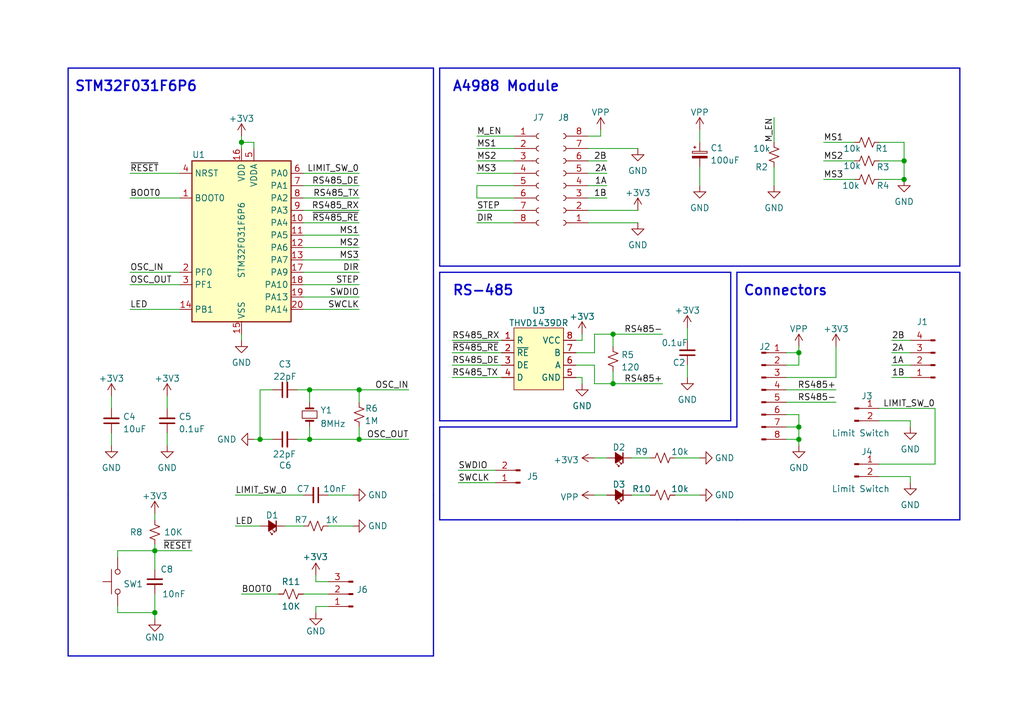
<source format=kicad_sch>
(kicad_sch (version 20211123) (generator eeschema)

  (uuid e63e39d7-6ac0-4ffd-8aa3-1841a4541b55)

  (paper "A5")

  (title_block
    (date "2023-02-04")
  )

  (lib_symbols
    (symbol "Connector:Conn_01x02_Male" (pin_names (offset 1.016) hide) (in_bom yes) (on_board yes)
      (property "Reference" "J" (id 0) (at 0 2.54 0)
        (effects (font (size 1.27 1.27)))
      )
      (property "Value" "Conn_01x02_Male" (id 1) (at 0 -5.08 0)
        (effects (font (size 1.27 1.27)))
      )
      (property "Footprint" "" (id 2) (at 0 0 0)
        (effects (font (size 1.27 1.27)) hide)
      )
      (property "Datasheet" "~" (id 3) (at 0 0 0)
        (effects (font (size 1.27 1.27)) hide)
      )
      (property "ki_keywords" "connector" (id 4) (at 0 0 0)
        (effects (font (size 1.27 1.27)) hide)
      )
      (property "ki_description" "Generic connector, single row, 01x02, script generated (kicad-library-utils/schlib/autogen/connector/)" (id 5) (at 0 0 0)
        (effects (font (size 1.27 1.27)) hide)
      )
      (property "ki_fp_filters" "Connector*:*_1x??_*" (id 6) (at 0 0 0)
        (effects (font (size 1.27 1.27)) hide)
      )
      (symbol "Conn_01x02_Male_1_1"
        (polyline
          (pts
            (xy 1.27 -2.54)
            (xy 0.8636 -2.54)
          )
          (stroke (width 0.1524) (type default) (color 0 0 0 0))
          (fill (type none))
        )
        (polyline
          (pts
            (xy 1.27 0)
            (xy 0.8636 0)
          )
          (stroke (width 0.1524) (type default) (color 0 0 0 0))
          (fill (type none))
        )
        (rectangle (start 0.8636 -2.413) (end 0 -2.667)
          (stroke (width 0.1524) (type default) (color 0 0 0 0))
          (fill (type outline))
        )
        (rectangle (start 0.8636 0.127) (end 0 -0.127)
          (stroke (width 0.1524) (type default) (color 0 0 0 0))
          (fill (type outline))
        )
        (pin passive line (at 5.08 0 180) (length 3.81)
          (name "Pin_1" (effects (font (size 1.27 1.27))))
          (number "1" (effects (font (size 1.27 1.27))))
        )
        (pin passive line (at 5.08 -2.54 180) (length 3.81)
          (name "Pin_2" (effects (font (size 1.27 1.27))))
          (number "2" (effects (font (size 1.27 1.27))))
        )
      )
    )
    (symbol "Connector:Conn_01x03_Male" (pin_names (offset 1.016) hide) (in_bom yes) (on_board yes)
      (property "Reference" "J" (id 0) (at 0 5.08 0)
        (effects (font (size 1.27 1.27)))
      )
      (property "Value" "Conn_01x03_Male" (id 1) (at 0 -5.08 0)
        (effects (font (size 1.27 1.27)))
      )
      (property "Footprint" "" (id 2) (at 0 0 0)
        (effects (font (size 1.27 1.27)) hide)
      )
      (property "Datasheet" "~" (id 3) (at 0 0 0)
        (effects (font (size 1.27 1.27)) hide)
      )
      (property "ki_keywords" "connector" (id 4) (at 0 0 0)
        (effects (font (size 1.27 1.27)) hide)
      )
      (property "ki_description" "Generic connector, single row, 01x03, script generated (kicad-library-utils/schlib/autogen/connector/)" (id 5) (at 0 0 0)
        (effects (font (size 1.27 1.27)) hide)
      )
      (property "ki_fp_filters" "Connector*:*_1x??_*" (id 6) (at 0 0 0)
        (effects (font (size 1.27 1.27)) hide)
      )
      (symbol "Conn_01x03_Male_1_1"
        (polyline
          (pts
            (xy 1.27 -2.54)
            (xy 0.8636 -2.54)
          )
          (stroke (width 0.1524) (type default) (color 0 0 0 0))
          (fill (type none))
        )
        (polyline
          (pts
            (xy 1.27 0)
            (xy 0.8636 0)
          )
          (stroke (width 0.1524) (type default) (color 0 0 0 0))
          (fill (type none))
        )
        (polyline
          (pts
            (xy 1.27 2.54)
            (xy 0.8636 2.54)
          )
          (stroke (width 0.1524) (type default) (color 0 0 0 0))
          (fill (type none))
        )
        (rectangle (start 0.8636 -2.413) (end 0 -2.667)
          (stroke (width 0.1524) (type default) (color 0 0 0 0))
          (fill (type outline))
        )
        (rectangle (start 0.8636 0.127) (end 0 -0.127)
          (stroke (width 0.1524) (type default) (color 0 0 0 0))
          (fill (type outline))
        )
        (rectangle (start 0.8636 2.667) (end 0 2.413)
          (stroke (width 0.1524) (type default) (color 0 0 0 0))
          (fill (type outline))
        )
        (pin passive line (at 5.08 2.54 180) (length 3.81)
          (name "Pin_1" (effects (font (size 1.27 1.27))))
          (number "1" (effects (font (size 1.27 1.27))))
        )
        (pin passive line (at 5.08 0 180) (length 3.81)
          (name "Pin_2" (effects (font (size 1.27 1.27))))
          (number "2" (effects (font (size 1.27 1.27))))
        )
        (pin passive line (at 5.08 -2.54 180) (length 3.81)
          (name "Pin_3" (effects (font (size 1.27 1.27))))
          (number "3" (effects (font (size 1.27 1.27))))
        )
      )
    )
    (symbol "Connector:Conn_01x04_Male" (pin_names (offset 1.016) hide) (in_bom yes) (on_board yes)
      (property "Reference" "J" (id 0) (at 0 5.08 0)
        (effects (font (size 1.27 1.27)))
      )
      (property "Value" "Conn_01x04_Male" (id 1) (at 0 -7.62 0)
        (effects (font (size 1.27 1.27)))
      )
      (property "Footprint" "" (id 2) (at 0 0 0)
        (effects (font (size 1.27 1.27)) hide)
      )
      (property "Datasheet" "~" (id 3) (at 0 0 0)
        (effects (font (size 1.27 1.27)) hide)
      )
      (property "ki_keywords" "connector" (id 4) (at 0 0 0)
        (effects (font (size 1.27 1.27)) hide)
      )
      (property "ki_description" "Generic connector, single row, 01x04, script generated (kicad-library-utils/schlib/autogen/connector/)" (id 5) (at 0 0 0)
        (effects (font (size 1.27 1.27)) hide)
      )
      (property "ki_fp_filters" "Connector*:*_1x??_*" (id 6) (at 0 0 0)
        (effects (font (size 1.27 1.27)) hide)
      )
      (symbol "Conn_01x04_Male_1_1"
        (polyline
          (pts
            (xy 1.27 -5.08)
            (xy 0.8636 -5.08)
          )
          (stroke (width 0.1524) (type default) (color 0 0 0 0))
          (fill (type none))
        )
        (polyline
          (pts
            (xy 1.27 -2.54)
            (xy 0.8636 -2.54)
          )
          (stroke (width 0.1524) (type default) (color 0 0 0 0))
          (fill (type none))
        )
        (polyline
          (pts
            (xy 1.27 0)
            (xy 0.8636 0)
          )
          (stroke (width 0.1524) (type default) (color 0 0 0 0))
          (fill (type none))
        )
        (polyline
          (pts
            (xy 1.27 2.54)
            (xy 0.8636 2.54)
          )
          (stroke (width 0.1524) (type default) (color 0 0 0 0))
          (fill (type none))
        )
        (rectangle (start 0.8636 -4.953) (end 0 -5.207)
          (stroke (width 0.1524) (type default) (color 0 0 0 0))
          (fill (type outline))
        )
        (rectangle (start 0.8636 -2.413) (end 0 -2.667)
          (stroke (width 0.1524) (type default) (color 0 0 0 0))
          (fill (type outline))
        )
        (rectangle (start 0.8636 0.127) (end 0 -0.127)
          (stroke (width 0.1524) (type default) (color 0 0 0 0))
          (fill (type outline))
        )
        (rectangle (start 0.8636 2.667) (end 0 2.413)
          (stroke (width 0.1524) (type default) (color 0 0 0 0))
          (fill (type outline))
        )
        (pin passive line (at 5.08 2.54 180) (length 3.81)
          (name "Pin_1" (effects (font (size 1.27 1.27))))
          (number "1" (effects (font (size 1.27 1.27))))
        )
        (pin passive line (at 5.08 0 180) (length 3.81)
          (name "Pin_2" (effects (font (size 1.27 1.27))))
          (number "2" (effects (font (size 1.27 1.27))))
        )
        (pin passive line (at 5.08 -2.54 180) (length 3.81)
          (name "Pin_3" (effects (font (size 1.27 1.27))))
          (number "3" (effects (font (size 1.27 1.27))))
        )
        (pin passive line (at 5.08 -5.08 180) (length 3.81)
          (name "Pin_4" (effects (font (size 1.27 1.27))))
          (number "4" (effects (font (size 1.27 1.27))))
        )
      )
    )
    (symbol "Connector:Conn_01x08_Female" (pin_names (offset 1.016) hide) (in_bom yes) (on_board yes)
      (property "Reference" "J" (id 0) (at 0 10.16 0)
        (effects (font (size 1.27 1.27)))
      )
      (property "Value" "Conn_01x08_Female" (id 1) (at 0 -12.7 0)
        (effects (font (size 1.27 1.27)))
      )
      (property "Footprint" "" (id 2) (at 0 0 0)
        (effects (font (size 1.27 1.27)) hide)
      )
      (property "Datasheet" "~" (id 3) (at 0 0 0)
        (effects (font (size 1.27 1.27)) hide)
      )
      (property "ki_keywords" "connector" (id 4) (at 0 0 0)
        (effects (font (size 1.27 1.27)) hide)
      )
      (property "ki_description" "Generic connector, single row, 01x08, script generated (kicad-library-utils/schlib/autogen/connector/)" (id 5) (at 0 0 0)
        (effects (font (size 1.27 1.27)) hide)
      )
      (property "ki_fp_filters" "Connector*:*_1x??_*" (id 6) (at 0 0 0)
        (effects (font (size 1.27 1.27)) hide)
      )
      (symbol "Conn_01x08_Female_1_1"
        (arc (start 0 -9.652) (mid -0.508 -10.16) (end 0 -10.668)
          (stroke (width 0.1524) (type default) (color 0 0 0 0))
          (fill (type none))
        )
        (arc (start 0 -7.112) (mid -0.508 -7.62) (end 0 -8.128)
          (stroke (width 0.1524) (type default) (color 0 0 0 0))
          (fill (type none))
        )
        (arc (start 0 -4.572) (mid -0.508 -5.08) (end 0 -5.588)
          (stroke (width 0.1524) (type default) (color 0 0 0 0))
          (fill (type none))
        )
        (arc (start 0 -2.032) (mid -0.508 -2.54) (end 0 -3.048)
          (stroke (width 0.1524) (type default) (color 0 0 0 0))
          (fill (type none))
        )
        (polyline
          (pts
            (xy -1.27 -10.16)
            (xy -0.508 -10.16)
          )
          (stroke (width 0.1524) (type default) (color 0 0 0 0))
          (fill (type none))
        )
        (polyline
          (pts
            (xy -1.27 -7.62)
            (xy -0.508 -7.62)
          )
          (stroke (width 0.1524) (type default) (color 0 0 0 0))
          (fill (type none))
        )
        (polyline
          (pts
            (xy -1.27 -5.08)
            (xy -0.508 -5.08)
          )
          (stroke (width 0.1524) (type default) (color 0 0 0 0))
          (fill (type none))
        )
        (polyline
          (pts
            (xy -1.27 -2.54)
            (xy -0.508 -2.54)
          )
          (stroke (width 0.1524) (type default) (color 0 0 0 0))
          (fill (type none))
        )
        (polyline
          (pts
            (xy -1.27 0)
            (xy -0.508 0)
          )
          (stroke (width 0.1524) (type default) (color 0 0 0 0))
          (fill (type none))
        )
        (polyline
          (pts
            (xy -1.27 2.54)
            (xy -0.508 2.54)
          )
          (stroke (width 0.1524) (type default) (color 0 0 0 0))
          (fill (type none))
        )
        (polyline
          (pts
            (xy -1.27 5.08)
            (xy -0.508 5.08)
          )
          (stroke (width 0.1524) (type default) (color 0 0 0 0))
          (fill (type none))
        )
        (polyline
          (pts
            (xy -1.27 7.62)
            (xy -0.508 7.62)
          )
          (stroke (width 0.1524) (type default) (color 0 0 0 0))
          (fill (type none))
        )
        (arc (start 0 0.508) (mid -0.508 0) (end 0 -0.508)
          (stroke (width 0.1524) (type default) (color 0 0 0 0))
          (fill (type none))
        )
        (arc (start 0 3.048) (mid -0.508 2.54) (end 0 2.032)
          (stroke (width 0.1524) (type default) (color 0 0 0 0))
          (fill (type none))
        )
        (arc (start 0 5.588) (mid -0.508 5.08) (end 0 4.572)
          (stroke (width 0.1524) (type default) (color 0 0 0 0))
          (fill (type none))
        )
        (arc (start 0 8.128) (mid -0.508 7.62) (end 0 7.112)
          (stroke (width 0.1524) (type default) (color 0 0 0 0))
          (fill (type none))
        )
        (pin passive line (at -5.08 7.62 0) (length 3.81)
          (name "Pin_1" (effects (font (size 1.27 1.27))))
          (number "1" (effects (font (size 1.27 1.27))))
        )
        (pin passive line (at -5.08 5.08 0) (length 3.81)
          (name "Pin_2" (effects (font (size 1.27 1.27))))
          (number "2" (effects (font (size 1.27 1.27))))
        )
        (pin passive line (at -5.08 2.54 0) (length 3.81)
          (name "Pin_3" (effects (font (size 1.27 1.27))))
          (number "3" (effects (font (size 1.27 1.27))))
        )
        (pin passive line (at -5.08 0 0) (length 3.81)
          (name "Pin_4" (effects (font (size 1.27 1.27))))
          (number "4" (effects (font (size 1.27 1.27))))
        )
        (pin passive line (at -5.08 -2.54 0) (length 3.81)
          (name "Pin_5" (effects (font (size 1.27 1.27))))
          (number "5" (effects (font (size 1.27 1.27))))
        )
        (pin passive line (at -5.08 -5.08 0) (length 3.81)
          (name "Pin_6" (effects (font (size 1.27 1.27))))
          (number "6" (effects (font (size 1.27 1.27))))
        )
        (pin passive line (at -5.08 -7.62 0) (length 3.81)
          (name "Pin_7" (effects (font (size 1.27 1.27))))
          (number "7" (effects (font (size 1.27 1.27))))
        )
        (pin passive line (at -5.08 -10.16 0) (length 3.81)
          (name "Pin_8" (effects (font (size 1.27 1.27))))
          (number "8" (effects (font (size 1.27 1.27))))
        )
      )
    )
    (symbol "Connector:Conn_01x08_Male" (pin_names (offset 1.016) hide) (in_bom yes) (on_board yes)
      (property "Reference" "J" (id 0) (at 0 10.16 0)
        (effects (font (size 1.27 1.27)))
      )
      (property "Value" "Conn_01x08_Male" (id 1) (at 0 -12.7 0)
        (effects (font (size 1.27 1.27)))
      )
      (property "Footprint" "" (id 2) (at 0 0 0)
        (effects (font (size 1.27 1.27)) hide)
      )
      (property "Datasheet" "~" (id 3) (at 0 0 0)
        (effects (font (size 1.27 1.27)) hide)
      )
      (property "ki_keywords" "connector" (id 4) (at 0 0 0)
        (effects (font (size 1.27 1.27)) hide)
      )
      (property "ki_description" "Generic connector, single row, 01x08, script generated (kicad-library-utils/schlib/autogen/connector/)" (id 5) (at 0 0 0)
        (effects (font (size 1.27 1.27)) hide)
      )
      (property "ki_fp_filters" "Connector*:*_1x??_*" (id 6) (at 0 0 0)
        (effects (font (size 1.27 1.27)) hide)
      )
      (symbol "Conn_01x08_Male_1_1"
        (polyline
          (pts
            (xy 1.27 -10.16)
            (xy 0.8636 -10.16)
          )
          (stroke (width 0.1524) (type default) (color 0 0 0 0))
          (fill (type none))
        )
        (polyline
          (pts
            (xy 1.27 -7.62)
            (xy 0.8636 -7.62)
          )
          (stroke (width 0.1524) (type default) (color 0 0 0 0))
          (fill (type none))
        )
        (polyline
          (pts
            (xy 1.27 -5.08)
            (xy 0.8636 -5.08)
          )
          (stroke (width 0.1524) (type default) (color 0 0 0 0))
          (fill (type none))
        )
        (polyline
          (pts
            (xy 1.27 -2.54)
            (xy 0.8636 -2.54)
          )
          (stroke (width 0.1524) (type default) (color 0 0 0 0))
          (fill (type none))
        )
        (polyline
          (pts
            (xy 1.27 0)
            (xy 0.8636 0)
          )
          (stroke (width 0.1524) (type default) (color 0 0 0 0))
          (fill (type none))
        )
        (polyline
          (pts
            (xy 1.27 2.54)
            (xy 0.8636 2.54)
          )
          (stroke (width 0.1524) (type default) (color 0 0 0 0))
          (fill (type none))
        )
        (polyline
          (pts
            (xy 1.27 5.08)
            (xy 0.8636 5.08)
          )
          (stroke (width 0.1524) (type default) (color 0 0 0 0))
          (fill (type none))
        )
        (polyline
          (pts
            (xy 1.27 7.62)
            (xy 0.8636 7.62)
          )
          (stroke (width 0.1524) (type default) (color 0 0 0 0))
          (fill (type none))
        )
        (rectangle (start 0.8636 -10.033) (end 0 -10.287)
          (stroke (width 0.1524) (type default) (color 0 0 0 0))
          (fill (type outline))
        )
        (rectangle (start 0.8636 -7.493) (end 0 -7.747)
          (stroke (width 0.1524) (type default) (color 0 0 0 0))
          (fill (type outline))
        )
        (rectangle (start 0.8636 -4.953) (end 0 -5.207)
          (stroke (width 0.1524) (type default) (color 0 0 0 0))
          (fill (type outline))
        )
        (rectangle (start 0.8636 -2.413) (end 0 -2.667)
          (stroke (width 0.1524) (type default) (color 0 0 0 0))
          (fill (type outline))
        )
        (rectangle (start 0.8636 0.127) (end 0 -0.127)
          (stroke (width 0.1524) (type default) (color 0 0 0 0))
          (fill (type outline))
        )
        (rectangle (start 0.8636 2.667) (end 0 2.413)
          (stroke (width 0.1524) (type default) (color 0 0 0 0))
          (fill (type outline))
        )
        (rectangle (start 0.8636 5.207) (end 0 4.953)
          (stroke (width 0.1524) (type default) (color 0 0 0 0))
          (fill (type outline))
        )
        (rectangle (start 0.8636 7.747) (end 0 7.493)
          (stroke (width 0.1524) (type default) (color 0 0 0 0))
          (fill (type outline))
        )
        (pin passive line (at 5.08 7.62 180) (length 3.81)
          (name "Pin_1" (effects (font (size 1.27 1.27))))
          (number "1" (effects (font (size 1.27 1.27))))
        )
        (pin passive line (at 5.08 5.08 180) (length 3.81)
          (name "Pin_2" (effects (font (size 1.27 1.27))))
          (number "2" (effects (font (size 1.27 1.27))))
        )
        (pin passive line (at 5.08 2.54 180) (length 3.81)
          (name "Pin_3" (effects (font (size 1.27 1.27))))
          (number "3" (effects (font (size 1.27 1.27))))
        )
        (pin passive line (at 5.08 0 180) (length 3.81)
          (name "Pin_4" (effects (font (size 1.27 1.27))))
          (number "4" (effects (font (size 1.27 1.27))))
        )
        (pin passive line (at 5.08 -2.54 180) (length 3.81)
          (name "Pin_5" (effects (font (size 1.27 1.27))))
          (number "5" (effects (font (size 1.27 1.27))))
        )
        (pin passive line (at 5.08 -5.08 180) (length 3.81)
          (name "Pin_6" (effects (font (size 1.27 1.27))))
          (number "6" (effects (font (size 1.27 1.27))))
        )
        (pin passive line (at 5.08 -7.62 180) (length 3.81)
          (name "Pin_7" (effects (font (size 1.27 1.27))))
          (number "7" (effects (font (size 1.27 1.27))))
        )
        (pin passive line (at 5.08 -10.16 180) (length 3.81)
          (name "Pin_8" (effects (font (size 1.27 1.27))))
          (number "8" (effects (font (size 1.27 1.27))))
        )
      )
    )
    (symbol "Device:C_Polarized_Small" (pin_numbers hide) (pin_names (offset 0.254) hide) (in_bom yes) (on_board yes)
      (property "Reference" "C" (id 0) (at 0.254 1.778 0)
        (effects (font (size 1.27 1.27)) (justify left))
      )
      (property "Value" "C_Polarized_Small" (id 1) (at 0.254 -2.032 0)
        (effects (font (size 1.27 1.27)) (justify left))
      )
      (property "Footprint" "" (id 2) (at 0 0 0)
        (effects (font (size 1.27 1.27)) hide)
      )
      (property "Datasheet" "~" (id 3) (at 0 0 0)
        (effects (font (size 1.27 1.27)) hide)
      )
      (property "ki_keywords" "cap capacitor" (id 4) (at 0 0 0)
        (effects (font (size 1.27 1.27)) hide)
      )
      (property "ki_description" "Polarized capacitor, small symbol" (id 5) (at 0 0 0)
        (effects (font (size 1.27 1.27)) hide)
      )
      (property "ki_fp_filters" "CP_*" (id 6) (at 0 0 0)
        (effects (font (size 1.27 1.27)) hide)
      )
      (symbol "C_Polarized_Small_0_1"
        (rectangle (start -1.524 -0.3048) (end 1.524 -0.6858)
          (stroke (width 0) (type default) (color 0 0 0 0))
          (fill (type outline))
        )
        (rectangle (start -1.524 0.6858) (end 1.524 0.3048)
          (stroke (width 0) (type default) (color 0 0 0 0))
          (fill (type none))
        )
        (polyline
          (pts
            (xy -1.27 1.524)
            (xy -0.762 1.524)
          )
          (stroke (width 0) (type default) (color 0 0 0 0))
          (fill (type none))
        )
        (polyline
          (pts
            (xy -1.016 1.27)
            (xy -1.016 1.778)
          )
          (stroke (width 0) (type default) (color 0 0 0 0))
          (fill (type none))
        )
      )
      (symbol "C_Polarized_Small_1_1"
        (pin passive line (at 0 2.54 270) (length 1.8542)
          (name "~" (effects (font (size 1.27 1.27))))
          (number "1" (effects (font (size 1.27 1.27))))
        )
        (pin passive line (at 0 -2.54 90) (length 1.8542)
          (name "~" (effects (font (size 1.27 1.27))))
          (number "2" (effects (font (size 1.27 1.27))))
        )
      )
    )
    (symbol "Device:C_Small" (pin_numbers hide) (pin_names (offset 0.254) hide) (in_bom yes) (on_board yes)
      (property "Reference" "C" (id 0) (at 0.254 1.778 0)
        (effects (font (size 1.27 1.27)) (justify left))
      )
      (property "Value" "C_Small" (id 1) (at 0.254 -2.032 0)
        (effects (font (size 1.27 1.27)) (justify left))
      )
      (property "Footprint" "" (id 2) (at 0 0 0)
        (effects (font (size 1.27 1.27)) hide)
      )
      (property "Datasheet" "~" (id 3) (at 0 0 0)
        (effects (font (size 1.27 1.27)) hide)
      )
      (property "ki_keywords" "capacitor cap" (id 4) (at 0 0 0)
        (effects (font (size 1.27 1.27)) hide)
      )
      (property "ki_description" "Unpolarized capacitor, small symbol" (id 5) (at 0 0 0)
        (effects (font (size 1.27 1.27)) hide)
      )
      (property "ki_fp_filters" "C_*" (id 6) (at 0 0 0)
        (effects (font (size 1.27 1.27)) hide)
      )
      (symbol "C_Small_0_1"
        (polyline
          (pts
            (xy -1.524 -0.508)
            (xy 1.524 -0.508)
          )
          (stroke (width 0.3302) (type default) (color 0 0 0 0))
          (fill (type none))
        )
        (polyline
          (pts
            (xy -1.524 0.508)
            (xy 1.524 0.508)
          )
          (stroke (width 0.3048) (type default) (color 0 0 0 0))
          (fill (type none))
        )
      )
      (symbol "C_Small_1_1"
        (pin passive line (at 0 2.54 270) (length 2.032)
          (name "~" (effects (font (size 1.27 1.27))))
          (number "1" (effects (font (size 1.27 1.27))))
        )
        (pin passive line (at 0 -2.54 90) (length 2.032)
          (name "~" (effects (font (size 1.27 1.27))))
          (number "2" (effects (font (size 1.27 1.27))))
        )
      )
    )
    (symbol "Device:Crystal_Small" (pin_numbers hide) (pin_names (offset 1.016) hide) (in_bom yes) (on_board yes)
      (property "Reference" "Y" (id 0) (at 0 2.54 0)
        (effects (font (size 1.27 1.27)))
      )
      (property "Value" "Crystal_Small" (id 1) (at 0 -2.54 0)
        (effects (font (size 1.27 1.27)))
      )
      (property "Footprint" "" (id 2) (at 0 0 0)
        (effects (font (size 1.27 1.27)) hide)
      )
      (property "Datasheet" "~" (id 3) (at 0 0 0)
        (effects (font (size 1.27 1.27)) hide)
      )
      (property "ki_keywords" "quartz ceramic resonator oscillator" (id 4) (at 0 0 0)
        (effects (font (size 1.27 1.27)) hide)
      )
      (property "ki_description" "Two pin crystal, small symbol" (id 5) (at 0 0 0)
        (effects (font (size 1.27 1.27)) hide)
      )
      (property "ki_fp_filters" "Crystal*" (id 6) (at 0 0 0)
        (effects (font (size 1.27 1.27)) hide)
      )
      (symbol "Crystal_Small_0_1"
        (rectangle (start -0.762 -1.524) (end 0.762 1.524)
          (stroke (width 0) (type default) (color 0 0 0 0))
          (fill (type none))
        )
        (polyline
          (pts
            (xy -1.27 -0.762)
            (xy -1.27 0.762)
          )
          (stroke (width 0.381) (type default) (color 0 0 0 0))
          (fill (type none))
        )
        (polyline
          (pts
            (xy 1.27 -0.762)
            (xy 1.27 0.762)
          )
          (stroke (width 0.381) (type default) (color 0 0 0 0))
          (fill (type none))
        )
      )
      (symbol "Crystal_Small_1_1"
        (pin passive line (at -2.54 0 0) (length 1.27)
          (name "1" (effects (font (size 1.27 1.27))))
          (number "1" (effects (font (size 1.27 1.27))))
        )
        (pin passive line (at 2.54 0 180) (length 1.27)
          (name "2" (effects (font (size 1.27 1.27))))
          (number "2" (effects (font (size 1.27 1.27))))
        )
      )
    )
    (symbol "Device:LED_Small_Filled" (pin_numbers hide) (pin_names (offset 0.254) hide) (in_bom yes) (on_board yes)
      (property "Reference" "D" (id 0) (at -1.27 3.175 0)
        (effects (font (size 1.27 1.27)) (justify left))
      )
      (property "Value" "LED_Small_Filled" (id 1) (at -4.445 -2.54 0)
        (effects (font (size 1.27 1.27)) (justify left))
      )
      (property "Footprint" "" (id 2) (at 0 0 90)
        (effects (font (size 1.27 1.27)) hide)
      )
      (property "Datasheet" "~" (id 3) (at 0 0 90)
        (effects (font (size 1.27 1.27)) hide)
      )
      (property "ki_keywords" "LED diode light-emitting-diode" (id 4) (at 0 0 0)
        (effects (font (size 1.27 1.27)) hide)
      )
      (property "ki_description" "Light emitting diode, small symbol, filled shape" (id 5) (at 0 0 0)
        (effects (font (size 1.27 1.27)) hide)
      )
      (property "ki_fp_filters" "LED* LED_SMD:* LED_THT:*" (id 6) (at 0 0 0)
        (effects (font (size 1.27 1.27)) hide)
      )
      (symbol "LED_Small_Filled_0_1"
        (polyline
          (pts
            (xy -0.762 -1.016)
            (xy -0.762 1.016)
          )
          (stroke (width 0.254) (type default) (color 0 0 0 0))
          (fill (type none))
        )
        (polyline
          (pts
            (xy 1.016 0)
            (xy -0.762 0)
          )
          (stroke (width 0) (type default) (color 0 0 0 0))
          (fill (type none))
        )
        (polyline
          (pts
            (xy 0.762 -1.016)
            (xy -0.762 0)
            (xy 0.762 1.016)
            (xy 0.762 -1.016)
          )
          (stroke (width 0.254) (type default) (color 0 0 0 0))
          (fill (type outline))
        )
        (polyline
          (pts
            (xy 0 0.762)
            (xy -0.508 1.27)
            (xy -0.254 1.27)
            (xy -0.508 1.27)
            (xy -0.508 1.016)
          )
          (stroke (width 0) (type default) (color 0 0 0 0))
          (fill (type none))
        )
        (polyline
          (pts
            (xy 0.508 1.27)
            (xy 0 1.778)
            (xy 0.254 1.778)
            (xy 0 1.778)
            (xy 0 1.524)
          )
          (stroke (width 0) (type default) (color 0 0 0 0))
          (fill (type none))
        )
      )
      (symbol "LED_Small_Filled_1_1"
        (pin passive line (at -2.54 0 0) (length 1.778)
          (name "K" (effects (font (size 1.27 1.27))))
          (number "1" (effects (font (size 1.27 1.27))))
        )
        (pin passive line (at 2.54 0 180) (length 1.778)
          (name "A" (effects (font (size 1.27 1.27))))
          (number "2" (effects (font (size 1.27 1.27))))
        )
      )
    )
    (symbol "Device:R_Small_US" (pin_numbers hide) (pin_names (offset 0.254) hide) (in_bom yes) (on_board yes)
      (property "Reference" "R" (id 0) (at 0.762 0.508 0)
        (effects (font (size 1.27 1.27)) (justify left))
      )
      (property "Value" "R_Small_US" (id 1) (at 0.762 -1.016 0)
        (effects (font (size 1.27 1.27)) (justify left))
      )
      (property "Footprint" "" (id 2) (at 0 0 0)
        (effects (font (size 1.27 1.27)) hide)
      )
      (property "Datasheet" "~" (id 3) (at 0 0 0)
        (effects (font (size 1.27 1.27)) hide)
      )
      (property "ki_keywords" "r resistor" (id 4) (at 0 0 0)
        (effects (font (size 1.27 1.27)) hide)
      )
      (property "ki_description" "Resistor, small US symbol" (id 5) (at 0 0 0)
        (effects (font (size 1.27 1.27)) hide)
      )
      (property "ki_fp_filters" "R_*" (id 6) (at 0 0 0)
        (effects (font (size 1.27 1.27)) hide)
      )
      (symbol "R_Small_US_1_1"
        (polyline
          (pts
            (xy 0 0)
            (xy 1.016 -0.381)
            (xy 0 -0.762)
            (xy -1.016 -1.143)
            (xy 0 -1.524)
          )
          (stroke (width 0) (type default) (color 0 0 0 0))
          (fill (type none))
        )
        (polyline
          (pts
            (xy 0 1.524)
            (xy 1.016 1.143)
            (xy 0 0.762)
            (xy -1.016 0.381)
            (xy 0 0)
          )
          (stroke (width 0) (type default) (color 0 0 0 0))
          (fill (type none))
        )
        (pin passive line (at 0 2.54 270) (length 1.016)
          (name "~" (effects (font (size 1.27 1.27))))
          (number "1" (effects (font (size 1.27 1.27))))
        )
        (pin passive line (at 0 -2.54 90) (length 1.016)
          (name "~" (effects (font (size 1.27 1.27))))
          (number "2" (effects (font (size 1.27 1.27))))
        )
      )
    )
    (symbol "MCU_ST_STM32F0:STM32F031F6Px" (in_bom yes) (on_board yes)
      (property "Reference" "U" (id 0) (at -10.16 16.51 0)
        (effects (font (size 1.27 1.27)) (justify left))
      )
      (property "Value" "STM32F031F6Px" (id 1) (at 5.08 16.51 0)
        (effects (font (size 1.27 1.27)) (justify left))
      )
      (property "Footprint" "Package_SO:TSSOP-20_4.4x6.5mm_P0.65mm" (id 2) (at -10.16 -17.78 0)
        (effects (font (size 1.27 1.27)) (justify right) hide)
      )
      (property "Datasheet" "http://www.st.com/st-web-ui/static/active/en/resource/technical/document/datasheet/DM00104043.pdf" (id 3) (at 0 0 0)
        (effects (font (size 1.27 1.27)) hide)
      )
      (property "ki_keywords" "ARM Cortex-M0 STM32F0 STM32F0x1" (id 4) (at 0 0 0)
        (effects (font (size 1.27 1.27)) hide)
      )
      (property "ki_description" "ARM Cortex-M0 MCU, 32KB flash, 4KB RAM, 48MHz, 2-3.6V, 15 GPIO, TSSOP-20" (id 5) (at 0 0 0)
        (effects (font (size 1.27 1.27)) hide)
      )
      (property "ki_fp_filters" "TSSOP*4.4x6.5mm*P0.65mm*" (id 6) (at 0 0 0)
        (effects (font (size 1.27 1.27)) hide)
      )
      (symbol "STM32F031F6Px_0_1"
        (rectangle (start -10.16 -17.78) (end 10.16 15.24)
          (stroke (width 0.254) (type default) (color 0 0 0 0))
          (fill (type background))
        )
      )
      (symbol "STM32F031F6Px_1_1"
        (pin input line (at -12.7 7.62 0) (length 2.54)
          (name "BOOT0" (effects (font (size 1.27 1.27))))
          (number "1" (effects (font (size 1.27 1.27))))
        )
        (pin bidirectional line (at 12.7 2.54 180) (length 2.54)
          (name "PA4" (effects (font (size 1.27 1.27))))
          (number "10" (effects (font (size 1.27 1.27))))
        )
        (pin bidirectional line (at 12.7 0 180) (length 2.54)
          (name "PA5" (effects (font (size 1.27 1.27))))
          (number "11" (effects (font (size 1.27 1.27))))
        )
        (pin bidirectional line (at 12.7 -2.54 180) (length 2.54)
          (name "PA6" (effects (font (size 1.27 1.27))))
          (number "12" (effects (font (size 1.27 1.27))))
        )
        (pin bidirectional line (at 12.7 -5.08 180) (length 2.54)
          (name "PA7" (effects (font (size 1.27 1.27))))
          (number "13" (effects (font (size 1.27 1.27))))
        )
        (pin bidirectional line (at -12.7 -15.24 0) (length 2.54)
          (name "PB1" (effects (font (size 1.27 1.27))))
          (number "14" (effects (font (size 1.27 1.27))))
        )
        (pin power_in line (at 0 -20.32 90) (length 2.54)
          (name "VSS" (effects (font (size 1.27 1.27))))
          (number "15" (effects (font (size 1.27 1.27))))
        )
        (pin power_in line (at 0 17.78 270) (length 2.54)
          (name "VDD" (effects (font (size 1.27 1.27))))
          (number "16" (effects (font (size 1.27 1.27))))
        )
        (pin bidirectional line (at 12.7 -7.62 180) (length 2.54)
          (name "PA9" (effects (font (size 1.27 1.27))))
          (number "17" (effects (font (size 1.27 1.27))))
        )
        (pin bidirectional line (at 12.7 -10.16 180) (length 2.54)
          (name "PA10" (effects (font (size 1.27 1.27))))
          (number "18" (effects (font (size 1.27 1.27))))
        )
        (pin bidirectional line (at 12.7 -12.7 180) (length 2.54)
          (name "PA13" (effects (font (size 1.27 1.27))))
          (number "19" (effects (font (size 1.27 1.27))))
        )
        (pin input line (at -12.7 -7.62 0) (length 2.54)
          (name "PF0" (effects (font (size 1.27 1.27))))
          (number "2" (effects (font (size 1.27 1.27))))
        )
        (pin bidirectional line (at 12.7 -15.24 180) (length 2.54)
          (name "PA14" (effects (font (size 1.27 1.27))))
          (number "20" (effects (font (size 1.27 1.27))))
        )
        (pin input line (at -12.7 -10.16 0) (length 2.54)
          (name "PF1" (effects (font (size 1.27 1.27))))
          (number "3" (effects (font (size 1.27 1.27))))
        )
        (pin input line (at -12.7 12.7 0) (length 2.54)
          (name "NRST" (effects (font (size 1.27 1.27))))
          (number "4" (effects (font (size 1.27 1.27))))
        )
        (pin power_in line (at 2.54 17.78 270) (length 2.54)
          (name "VDDA" (effects (font (size 1.27 1.27))))
          (number "5" (effects (font (size 1.27 1.27))))
        )
        (pin bidirectional line (at 12.7 12.7 180) (length 2.54)
          (name "PA0" (effects (font (size 1.27 1.27))))
          (number "6" (effects (font (size 1.27 1.27))))
        )
        (pin bidirectional line (at 12.7 10.16 180) (length 2.54)
          (name "PA1" (effects (font (size 1.27 1.27))))
          (number "7" (effects (font (size 1.27 1.27))))
        )
        (pin bidirectional line (at 12.7 7.62 180) (length 2.54)
          (name "PA2" (effects (font (size 1.27 1.27))))
          (number "8" (effects (font (size 1.27 1.27))))
        )
        (pin bidirectional line (at 12.7 5.08 180) (length 2.54)
          (name "PA3" (effects (font (size 1.27 1.27))))
          (number "9" (effects (font (size 1.27 1.27))))
        )
      )
    )
    (symbol "Mylib:THVD1439DR" (in_bom yes) (on_board yes)
      (property "Reference" "U" (id 0) (at 0 0 0)
        (effects (font (size 1.27 1.27)))
      )
      (property "Value" "THVD1439DR" (id 1) (at 0 -2.54 0)
        (effects (font (size 1.27 1.27)))
      )
      (property "Footprint" "" (id 2) (at 0 0 0)
        (effects (font (size 1.27 1.27)) hide)
      )
      (property "Datasheet" "" (id 3) (at 0 0 0)
        (effects (font (size 1.27 1.27)) hide)
      )
      (symbol "THVD1439DR_0_1"
        (rectangle (start -5.08 -3.81) (end 5.08 -16.51)
          (stroke (width 0) (type default) (color 0 0 0 0))
          (fill (type background))
        )
      )
      (symbol "THVD1439DR_1_1"
        (pin input line (at -7.62 -6.35 0) (length 2.54)
          (name "R" (effects (font (size 1.27 1.27))))
          (number "1" (effects (font (size 1.27 1.27))))
        )
        (pin input line (at -7.62 -8.89 0) (length 2.54)
          (name "~{RE}" (effects (font (size 1.27 1.27))))
          (number "2" (effects (font (size 1.27 1.27))))
        )
        (pin input line (at -7.62 -11.43 0) (length 2.54)
          (name "DE" (effects (font (size 1.27 1.27))))
          (number "3" (effects (font (size 1.27 1.27))))
        )
        (pin input line (at -7.62 -13.97 0) (length 2.54)
          (name "D" (effects (font (size 1.27 1.27))))
          (number "4" (effects (font (size 1.27 1.27))))
        )
        (pin input line (at 7.62 -13.97 180) (length 2.54)
          (name "GND" (effects (font (size 1.27 1.27))))
          (number "5" (effects (font (size 1.27 1.27))))
        )
        (pin input line (at 7.62 -11.43 180) (length 2.54)
          (name "A" (effects (font (size 1.27 1.27))))
          (number "6" (effects (font (size 1.27 1.27))))
        )
        (pin input line (at 7.62 -8.89 180) (length 2.54)
          (name "B" (effects (font (size 1.27 1.27))))
          (number "7" (effects (font (size 1.27 1.27))))
        )
        (pin input line (at 7.62 -6.35 180) (length 2.54)
          (name "VCC" (effects (font (size 1.27 1.27))))
          (number "8" (effects (font (size 1.27 1.27))))
        )
      )
    )
    (symbol "Switch:SW_Push" (pin_numbers hide) (pin_names (offset 1.016) hide) (in_bom yes) (on_board yes)
      (property "Reference" "SW" (id 0) (at 1.27 2.54 0)
        (effects (font (size 1.27 1.27)) (justify left))
      )
      (property "Value" "SW_Push" (id 1) (at 0 -1.524 0)
        (effects (font (size 1.27 1.27)))
      )
      (property "Footprint" "" (id 2) (at 0 5.08 0)
        (effects (font (size 1.27 1.27)) hide)
      )
      (property "Datasheet" "~" (id 3) (at 0 5.08 0)
        (effects (font (size 1.27 1.27)) hide)
      )
      (property "ki_keywords" "switch normally-open pushbutton push-button" (id 4) (at 0 0 0)
        (effects (font (size 1.27 1.27)) hide)
      )
      (property "ki_description" "Push button switch, generic, two pins" (id 5) (at 0 0 0)
        (effects (font (size 1.27 1.27)) hide)
      )
      (symbol "SW_Push_0_1"
        (circle (center -2.032 0) (radius 0.508)
          (stroke (width 0) (type default) (color 0 0 0 0))
          (fill (type none))
        )
        (polyline
          (pts
            (xy 0 1.27)
            (xy 0 3.048)
          )
          (stroke (width 0) (type default) (color 0 0 0 0))
          (fill (type none))
        )
        (polyline
          (pts
            (xy 2.54 1.27)
            (xy -2.54 1.27)
          )
          (stroke (width 0) (type default) (color 0 0 0 0))
          (fill (type none))
        )
        (circle (center 2.032 0) (radius 0.508)
          (stroke (width 0) (type default) (color 0 0 0 0))
          (fill (type none))
        )
        (pin passive line (at -5.08 0 0) (length 2.54)
          (name "1" (effects (font (size 1.27 1.27))))
          (number "1" (effects (font (size 1.27 1.27))))
        )
        (pin passive line (at 5.08 0 180) (length 2.54)
          (name "2" (effects (font (size 1.27 1.27))))
          (number "2" (effects (font (size 1.27 1.27))))
        )
      )
    )
    (symbol "power:+3.3V" (power) (pin_names (offset 0)) (in_bom yes) (on_board yes)
      (property "Reference" "#PWR" (id 0) (at 0 -3.81 0)
        (effects (font (size 1.27 1.27)) hide)
      )
      (property "Value" "+3.3V" (id 1) (at 0 3.556 0)
        (effects (font (size 1.27 1.27)))
      )
      (property "Footprint" "" (id 2) (at 0 0 0)
        (effects (font (size 1.27 1.27)) hide)
      )
      (property "Datasheet" "" (id 3) (at 0 0 0)
        (effects (font (size 1.27 1.27)) hide)
      )
      (property "ki_keywords" "power-flag" (id 4) (at 0 0 0)
        (effects (font (size 1.27 1.27)) hide)
      )
      (property "ki_description" "Power symbol creates a global label with name \"+3.3V\"" (id 5) (at 0 0 0)
        (effects (font (size 1.27 1.27)) hide)
      )
      (symbol "+3.3V_0_1"
        (polyline
          (pts
            (xy -0.762 1.27)
            (xy 0 2.54)
          )
          (stroke (width 0) (type default) (color 0 0 0 0))
          (fill (type none))
        )
        (polyline
          (pts
            (xy 0 0)
            (xy 0 2.54)
          )
          (stroke (width 0) (type default) (color 0 0 0 0))
          (fill (type none))
        )
        (polyline
          (pts
            (xy 0 2.54)
            (xy 0.762 1.27)
          )
          (stroke (width 0) (type default) (color 0 0 0 0))
          (fill (type none))
        )
      )
      (symbol "+3.3V_1_1"
        (pin power_in line (at 0 0 90) (length 0) hide
          (name "+3V3" (effects (font (size 1.27 1.27))))
          (number "1" (effects (font (size 1.27 1.27))))
        )
      )
    )
    (symbol "power:GND" (power) (pin_names (offset 0)) (in_bom yes) (on_board yes)
      (property "Reference" "#PWR" (id 0) (at 0 -6.35 0)
        (effects (font (size 1.27 1.27)) hide)
      )
      (property "Value" "GND" (id 1) (at 0 -3.81 0)
        (effects (font (size 1.27 1.27)))
      )
      (property "Footprint" "" (id 2) (at 0 0 0)
        (effects (font (size 1.27 1.27)) hide)
      )
      (property "Datasheet" "" (id 3) (at 0 0 0)
        (effects (font (size 1.27 1.27)) hide)
      )
      (property "ki_keywords" "power-flag" (id 4) (at 0 0 0)
        (effects (font (size 1.27 1.27)) hide)
      )
      (property "ki_description" "Power symbol creates a global label with name \"GND\" , ground" (id 5) (at 0 0 0)
        (effects (font (size 1.27 1.27)) hide)
      )
      (symbol "GND_0_1"
        (polyline
          (pts
            (xy 0 0)
            (xy 0 -1.27)
            (xy 1.27 -1.27)
            (xy 0 -2.54)
            (xy -1.27 -1.27)
            (xy 0 -1.27)
          )
          (stroke (width 0) (type default) (color 0 0 0 0))
          (fill (type none))
        )
      )
      (symbol "GND_1_1"
        (pin power_in line (at 0 0 270) (length 0) hide
          (name "GND" (effects (font (size 1.27 1.27))))
          (number "1" (effects (font (size 1.27 1.27))))
        )
      )
    )
    (symbol "power:VPP" (power) (pin_names (offset 0)) (in_bom yes) (on_board yes)
      (property "Reference" "#PWR" (id 0) (at 0 -3.81 0)
        (effects (font (size 1.27 1.27)) hide)
      )
      (property "Value" "VPP" (id 1) (at 0 3.81 0)
        (effects (font (size 1.27 1.27)))
      )
      (property "Footprint" "" (id 2) (at 0 0 0)
        (effects (font (size 1.27 1.27)) hide)
      )
      (property "Datasheet" "" (id 3) (at 0 0 0)
        (effects (font (size 1.27 1.27)) hide)
      )
      (property "ki_keywords" "power-flag" (id 4) (at 0 0 0)
        (effects (font (size 1.27 1.27)) hide)
      )
      (property "ki_description" "Power symbol creates a global label with name \"VPP\"" (id 5) (at 0 0 0)
        (effects (font (size 1.27 1.27)) hide)
      )
      (symbol "VPP_0_1"
        (polyline
          (pts
            (xy -0.762 1.27)
            (xy 0 2.54)
          )
          (stroke (width 0) (type default) (color 0 0 0 0))
          (fill (type none))
        )
        (polyline
          (pts
            (xy 0 0)
            (xy 0 2.54)
          )
          (stroke (width 0) (type default) (color 0 0 0 0))
          (fill (type none))
        )
        (polyline
          (pts
            (xy 0 2.54)
            (xy 0.762 1.27)
          )
          (stroke (width 0) (type default) (color 0 0 0 0))
          (fill (type none))
        )
      )
      (symbol "VPP_1_1"
        (pin power_in line (at 0 0 90) (length 0) hide
          (name "VPP" (effects (font (size 1.27 1.27))))
          (number "1" (effects (font (size 1.27 1.27))))
        )
      )
    )
  )

  (junction (at 125.73 68.58) (diameter 0) (color 0 0 0 0)
    (uuid 0933130a-3132-4649-9e7f-864131e84a79)
  )
  (junction (at 63.5 80.01) (diameter 0) (color 0 0 0 0)
    (uuid 11728666-baed-4724-b21d-c4b0bdf8277b)
  )
  (junction (at 49.53 29.21) (diameter 0) (color 0 0 0 0)
    (uuid 11b85eea-dc35-46a9-96f1-4b1e7636e86a)
  )
  (junction (at 31.75 125.73) (diameter 0) (color 0 0 0 0)
    (uuid 1cd8fdbb-98f9-4ca0-896a-134eb1c51cf4)
  )
  (junction (at 73.66 80.01) (diameter 0) (color 0 0 0 0)
    (uuid 4e480ee0-81b6-4d60-a4b9-d29bbaa1837e)
  )
  (junction (at 163.83 90.17) (diameter 0) (color 0 0 0 0)
    (uuid 5c2513fe-3f00-46f0-b120-53fd5b9be9eb)
  )
  (junction (at 125.73 78.74) (diameter 0) (color 0 0 0 0)
    (uuid 71111536-9f17-4250-9cba-f1848f1930e5)
  )
  (junction (at 163.83 72.39) (diameter 0) (color 0 0 0 0)
    (uuid 7a03ab44-9ebd-4f69-81bb-79a22785e5d4)
  )
  (junction (at 31.75 113.03) (diameter 0) (color 0 0 0 0)
    (uuid b6b8d8a8-ec36-45c6-bf3f-1c318e8ae469)
  )
  (junction (at 185.42 33.02) (diameter 0) (color 0 0 0 0)
    (uuid d049a7ee-33c5-4839-a1e2-8d1cf5627f91)
  )
  (junction (at 53.34 90.17) (diameter 0) (color 0 0 0 0)
    (uuid d0a64220-28a6-4d65-b2dc-7436fe60d710)
  )
  (junction (at 73.66 90.17) (diameter 0) (color 0 0 0 0)
    (uuid d0be292d-b513-4513-b87f-6e4fbcfc27e8)
  )
  (junction (at 63.5 90.17) (diameter 0) (color 0 0 0 0)
    (uuid d21aed38-f5d0-412d-a40c-f48b33076bdb)
  )
  (junction (at 163.83 87.63) (diameter 0) (color 0 0 0 0)
    (uuid d9307984-79bb-4ea8-afe6-e14ee9ae8f81)
  )
  (junction (at 185.42 36.83) (diameter 0) (color 0 0 0 0)
    (uuid f6b29d9c-3985-4c23-8ddb-edab3fa1f7e8)
  )

  (wire (pts (xy 64.77 124.46) (xy 67.31 124.46))
    (stroke (width 0) (type default) (color 0 0 0 0))
    (uuid 052f6b79-2702-4b90-9fe0-e6f50bf461f5)
  )
  (wire (pts (xy 64.77 124.46) (xy 64.77 125.73))
    (stroke (width 0) (type default) (color 0 0 0 0))
    (uuid 0923c793-b686-49e9-a15e-b27a44df0daf)
  )
  (wire (pts (xy 73.66 87.63) (xy 73.66 90.17))
    (stroke (width 0) (type default) (color 0 0 0 0))
    (uuid 0b6ec9b3-c565-49b9-aa0c-d0549862c8f1)
  )
  (wire (pts (xy 31.75 105.41) (xy 31.75 106.68))
    (stroke (width 0) (type default) (color 0 0 0 0))
    (uuid 0b8400c4-a07f-4501-9146-0b64e275faae)
  )
  (wire (pts (xy 191.77 95.25) (xy 191.77 83.82))
    (stroke (width 0) (type default) (color 0 0 0 0))
    (uuid 0be3e274-30dd-442e-b975-b13bf4da20cd)
  )
  (wire (pts (xy 62.23 60.96) (xy 73.66 60.96))
    (stroke (width 0) (type default) (color 0 0 0 0))
    (uuid 0e58510e-2117-4254-a5da-813e4e0208a0)
  )
  (wire (pts (xy 121.92 78.74) (xy 125.73 78.74))
    (stroke (width 0) (type default) (color 0 0 0 0))
    (uuid 10b12364-e3f7-4715-9ac1-1e6ebbd641ae)
  )
  (wire (pts (xy 63.5 87.63) (xy 63.5 90.17))
    (stroke (width 0) (type default) (color 0 0 0 0))
    (uuid 11fe05c6-8f4f-47f6-a0d1-86ad0c2322e3)
  )
  (wire (pts (xy 34.29 81.28) (xy 34.29 83.82))
    (stroke (width 0) (type default) (color 0 0 0 0))
    (uuid 12485388-1a34-4fb8-8208-a1715661cd9c)
  )
  (wire (pts (xy 97.79 38.1) (xy 97.79 40.64))
    (stroke (width 0) (type default) (color 0 0 0 0))
    (uuid 14e4822b-a4f2-4ec7-9553-7a0c0c22816e)
  )
  (wire (pts (xy 186.69 69.85) (xy 182.88 69.85))
    (stroke (width 0) (type default) (color 0 0 0 0))
    (uuid 14ed2053-daf1-4cbc-a205-4df3e635d79c)
  )
  (wire (pts (xy 26.67 55.88) (xy 36.83 55.88))
    (stroke (width 0) (type default) (color 0 0 0 0))
    (uuid 18ce8fc0-a979-49dd-a47a-0d1f14c45168)
  )
  (wire (pts (xy 92.71 72.39) (xy 102.87 72.39))
    (stroke (width 0) (type default) (color 0 0 0 0))
    (uuid 1f071cbf-41af-481d-91ff-6515f55d69cc)
  )
  (polyline (pts (xy 13.97 101.6) (xy 13.97 134.62))
    (stroke (width 0.254) (type solid) (color 0 0 0 0))
    (uuid 1fc3bdf1-bdb2-4681-a608-ddd27484a326)
  )

  (wire (pts (xy 31.75 113.03) (xy 39.37 113.03))
    (stroke (width 0) (type default) (color 0 0 0 0))
    (uuid 2282ce26-f784-473c-a6ed-52db5baed74f)
  )
  (wire (pts (xy 185.42 33.02) (xy 185.42 36.83))
    (stroke (width 0) (type default) (color 0 0 0 0))
    (uuid 22f8d67b-f63c-4202-8477-d4a6a7f91368)
  )
  (wire (pts (xy 186.69 74.93) (xy 182.88 74.93))
    (stroke (width 0) (type default) (color 0 0 0 0))
    (uuid 2832d557-28d5-4a35-9e86-544196230978)
  )
  (wire (pts (xy 92.71 77.47) (xy 102.87 77.47))
    (stroke (width 0) (type default) (color 0 0 0 0))
    (uuid 2b1355b0-6227-432a-aca5-38392561cc15)
  )
  (wire (pts (xy 121.92 93.98) (xy 124.46 93.98))
    (stroke (width 0) (type default) (color 0 0 0 0))
    (uuid 2dcc272f-a30c-4ab7-8e6c-0eebb6f8df0e)
  )
  (wire (pts (xy 161.29 90.17) (xy 163.83 90.17))
    (stroke (width 0) (type default) (color 0 0 0 0))
    (uuid 2f565068-4811-470f-9d7e-5c7fd65f85ac)
  )
  (polyline (pts (xy 90.17 13.97) (xy 90.17 54.61))
    (stroke (width 0.254) (type solid) (color 0 0 0 0))
    (uuid 32a174aa-e721-4e5e-ac3a-9abc1c37d66e)
  )

  (wire (pts (xy 186.69 77.47) (xy 182.88 77.47))
    (stroke (width 0) (type default) (color 0 0 0 0))
    (uuid 334818c7-643d-4724-9192-6fb791346c40)
  )
  (wire (pts (xy 63.5 90.17) (xy 73.66 90.17))
    (stroke (width 0) (type default) (color 0 0 0 0))
    (uuid 3461b1f6-d6e5-4859-9328-64f04adad369)
  )
  (wire (pts (xy 121.92 68.58) (xy 125.73 68.58))
    (stroke (width 0) (type default) (color 0 0 0 0))
    (uuid 35d75ff0-3ebe-4159-b531-71258de4c9d1)
  )
  (wire (pts (xy 121.92 72.39) (xy 121.92 68.58))
    (stroke (width 0) (type default) (color 0 0 0 0))
    (uuid 365dc88d-8585-4e4b-ba6f-8e292eef4d20)
  )
  (wire (pts (xy 125.73 68.58) (xy 125.73 71.12))
    (stroke (width 0) (type default) (color 0 0 0 0))
    (uuid 36d1ed08-caa3-4adc-818f-40a5b8a34014)
  )
  (wire (pts (xy 140.97 67.31) (xy 140.97 69.85))
    (stroke (width 0) (type default) (color 0 0 0 0))
    (uuid 388afb15-fd18-4bee-a75f-3ec7d0088478)
  )
  (polyline (pts (xy 196.85 106.68) (xy 196.85 55.88))
    (stroke (width 0.254) (type solid) (color 0 0 0 0))
    (uuid 3a6b151b-0d5d-45d6-80d4-7c67c650f7e1)
  )

  (wire (pts (xy 163.83 74.93) (xy 163.83 72.39))
    (stroke (width 0) (type default) (color 0 0 0 0))
    (uuid 3c1593df-826f-45a7-82ea-0c7de34278d9)
  )
  (wire (pts (xy 140.97 77.47) (xy 140.97 74.93))
    (stroke (width 0) (type default) (color 0 0 0 0))
    (uuid 3de8d285-0410-403e-bda6-792e61cab368)
  )
  (polyline (pts (xy 88.9 13.97) (xy 88.9 101.6))
    (stroke (width 0.254) (type solid) (color 0 0 0 0))
    (uuid 3e35f0ed-b512-4345-bc95-8b7fd3046673)
  )

  (wire (pts (xy 22.86 81.28) (xy 22.86 83.82))
    (stroke (width 0) (type default) (color 0 0 0 0))
    (uuid 3e4d5677-11b6-4ab9-9e5d-7c61663595c9)
  )
  (wire (pts (xy 31.75 111.76) (xy 31.75 113.03))
    (stroke (width 0) (type default) (color 0 0 0 0))
    (uuid 3f95b686-f543-4bc3-83bc-cf7f3fefab33)
  )
  (wire (pts (xy 161.29 74.93) (xy 163.83 74.93))
    (stroke (width 0) (type default) (color 0 0 0 0))
    (uuid 437e9f77-1d83-4db7-8de0-6014eed35f48)
  )
  (wire (pts (xy 64.77 119.38) (xy 67.31 119.38))
    (stroke (width 0) (type default) (color 0 0 0 0))
    (uuid 44479a3d-ffc9-41d8-87cd-adb50977d1de)
  )
  (polyline (pts (xy 196.85 54.61) (xy 196.85 13.97))
    (stroke (width 0.254) (type solid) (color 0 0 0 0))
    (uuid 4601644a-58d0-4211-a1af-0d9ebf849b14)
  )
  (polyline (pts (xy 149.86 86.36) (xy 149.86 55.88))
    (stroke (width 0.254) (type solid) (color 0 0 0 0))
    (uuid 46a3ba92-9215-427d-a7c6-7b86cadb400e)
  )

  (wire (pts (xy 180.34 36.83) (xy 185.42 36.83))
    (stroke (width 0) (type default) (color 0 0 0 0))
    (uuid 48036926-0dc1-410e-ae5f-d0d6b16f9443)
  )
  (wire (pts (xy 52.07 29.21) (xy 49.53 29.21))
    (stroke (width 0) (type default) (color 0 0 0 0))
    (uuid 48288f23-4476-40c2-8ea5-1ea89be24dc4)
  )
  (wire (pts (xy 123.19 26.67) (xy 123.19 27.94))
    (stroke (width 0) (type default) (color 0 0 0 0))
    (uuid 4887b041-b9e9-4002-ba58-5e4cbb3f3134)
  )
  (wire (pts (xy 125.73 76.2) (xy 125.73 78.74))
    (stroke (width 0) (type default) (color 0 0 0 0))
    (uuid 4abc676b-7160-495e-b436-8ed8a235aefc)
  )
  (wire (pts (xy 185.42 29.21) (xy 185.42 33.02))
    (stroke (width 0) (type default) (color 0 0 0 0))
    (uuid 4b033753-7a11-415d-b33b-ed8203945926)
  )
  (wire (pts (xy 161.29 82.55) (xy 171.45 82.55))
    (stroke (width 0) (type default) (color 0 0 0 0))
    (uuid 4d56ea7f-1eba-4d20-977f-811ace534e27)
  )
  (wire (pts (xy 62.23 35.56) (xy 73.66 35.56))
    (stroke (width 0) (type default) (color 0 0 0 0))
    (uuid 506ae81d-dd5e-487e-b665-fe43bbf09470)
  )
  (polyline (pts (xy 90.17 86.36) (xy 149.86 86.36))
    (stroke (width 0.254) (type solid) (color 0 0 0 0))
    (uuid 51400d0f-7b92-4211-9b01-5f2197f0b328)
  )

  (wire (pts (xy 180.34 86.36) (xy 186.69 86.36))
    (stroke (width 0) (type default) (color 0 0 0 0))
    (uuid 52d38d87-8378-46d8-ad5e-eebadf89ae67)
  )
  (wire (pts (xy 186.69 72.39) (xy 182.88 72.39))
    (stroke (width 0) (type default) (color 0 0 0 0))
    (uuid 53dd4304-03d3-4df2-a862-dcb57d08495a)
  )
  (wire (pts (xy 143.51 34.29) (xy 143.51 38.1))
    (stroke (width 0) (type default) (color 0 0 0 0))
    (uuid 54c27061-0469-4ab6-bb4c-048a1ba1c9c9)
  )
  (wire (pts (xy 67.31 101.6) (xy 72.39 101.6))
    (stroke (width 0) (type default) (color 0 0 0 0))
    (uuid 57cf80fb-6055-4934-ad76-6752c703786a)
  )
  (polyline (pts (xy 90.17 55.88) (xy 149.86 55.88))
    (stroke (width 0.254) (type solid) (color 0 0 0 0))
    (uuid 59bb0585-6049-41b0-ab54-85c419fa702e)
  )
  (polyline (pts (xy 13.97 134.62) (xy 88.9 134.62))
    (stroke (width 0.254) (type solid) (color 0 0 0 0))
    (uuid 5a20b90d-b2e1-4ad6-b281-245b1d01138f)
  )

  (wire (pts (xy 118.11 77.47) (xy 119.38 77.47))
    (stroke (width 0) (type default) (color 0 0 0 0))
    (uuid 5ddb5d87-3445-4504-9fcd-c204f3cb2805)
  )
  (wire (pts (xy 120.65 38.1) (xy 124.46 38.1))
    (stroke (width 0) (type default) (color 0 0 0 0))
    (uuid 5e2fe5ce-307d-4f6d-9dbf-0910cefff1a1)
  )
  (wire (pts (xy 62.23 50.8) (xy 73.66 50.8))
    (stroke (width 0) (type default) (color 0 0 0 0))
    (uuid 5fca9f75-8ca3-41e1-95c0-dca9aae7a2aa)
  )
  (wire (pts (xy 73.66 90.17) (xy 83.82 90.17))
    (stroke (width 0) (type default) (color 0 0 0 0))
    (uuid 613edf69-b454-4cf1-924f-2fad9228099d)
  )
  (wire (pts (xy 161.29 72.39) (xy 163.83 72.39))
    (stroke (width 0) (type default) (color 0 0 0 0))
    (uuid 62141918-fbcd-4581-9577-f741cb1b54a8)
  )
  (wire (pts (xy 161.29 77.47) (xy 171.45 77.47))
    (stroke (width 0) (type default) (color 0 0 0 0))
    (uuid 6222e3e2-62a9-438f-b3b5-e019ddaf2cf1)
  )
  (wire (pts (xy 120.65 45.72) (xy 130.81 45.72))
    (stroke (width 0) (type default) (color 0 0 0 0))
    (uuid 6326e869-6b68-42ea-9a74-e65cb9ccdc9d)
  )
  (wire (pts (xy 26.67 58.42) (xy 36.83 58.42))
    (stroke (width 0) (type default) (color 0 0 0 0))
    (uuid 64a4b2ff-f9a6-495b-b1bb-b26a73781c9b)
  )
  (wire (pts (xy 119.38 69.85) (xy 119.38 68.58))
    (stroke (width 0) (type default) (color 0 0 0 0))
    (uuid 64fb4b58-6684-4939-92e1-b15821721ce5)
  )
  (wire (pts (xy 120.65 33.02) (xy 124.46 33.02))
    (stroke (width 0) (type default) (color 0 0 0 0))
    (uuid 653870a8-a39a-4aa4-b2ad-34757fe4540e)
  )
  (wire (pts (xy 62.23 63.5) (xy 73.66 63.5))
    (stroke (width 0) (type default) (color 0 0 0 0))
    (uuid 66ce7d49-ec41-4a22-ad06-6daa78e74f63)
  )
  (wire (pts (xy 31.75 113.03) (xy 31.75 116.84))
    (stroke (width 0) (type default) (color 0 0 0 0))
    (uuid 68c3e0f5-0d34-4dd1-925a-899a82b5892a)
  )
  (wire (pts (xy 118.11 74.93) (xy 121.92 74.93))
    (stroke (width 0) (type default) (color 0 0 0 0))
    (uuid 6a6b290a-72f3-4b5d-b673-1dce1cb4dddc)
  )
  (wire (pts (xy 97.79 43.18) (xy 105.41 43.18))
    (stroke (width 0) (type default) (color 0 0 0 0))
    (uuid 6bce7000-89cc-4c93-af10-a710413cfc83)
  )
  (polyline (pts (xy 13.97 13.97) (xy 88.9 13.97))
    (stroke (width 0.254) (type solid) (color 0 0 0 0))
    (uuid 6de6b391-0876-421b-9c5e-473da3e9560a)
  )

  (wire (pts (xy 121.92 74.93) (xy 121.92 78.74))
    (stroke (width 0) (type default) (color 0 0 0 0))
    (uuid 6ef4cf81-281b-4b14-a928-888201aef1ee)
  )
  (wire (pts (xy 62.23 53.34) (xy 73.66 53.34))
    (stroke (width 0) (type default) (color 0 0 0 0))
    (uuid 6f7485fa-3a45-4b65-b722-cd354ea0e900)
  )
  (wire (pts (xy 120.65 27.94) (xy 123.19 27.94))
    (stroke (width 0) (type default) (color 0 0 0 0))
    (uuid 6f98a97c-ad8a-4939-b479-decc50cd75fe)
  )
  (polyline (pts (xy 90.17 87.63) (xy 90.17 106.68))
    (stroke (width 0.254) (type solid) (color 0 0 0 0))
    (uuid 742d2a31-f8b8-4c4b-a765-d115f125e760)
  )

  (wire (pts (xy 64.77 118.11) (xy 64.77 119.38))
    (stroke (width 0) (type default) (color 0 0 0 0))
    (uuid 758b49d0-bac7-4e4d-9369-e7f292cfe48a)
  )
  (wire (pts (xy 52.07 90.17) (xy 53.34 90.17))
    (stroke (width 0) (type default) (color 0 0 0 0))
    (uuid 773362fa-3f2a-49a6-840a-86c655e82c8c)
  )
  (wire (pts (xy 118.11 72.39) (xy 121.92 72.39))
    (stroke (width 0) (type default) (color 0 0 0 0))
    (uuid 77f3a1f5-c238-464f-9250-ac077a4de913)
  )
  (wire (pts (xy 52.07 30.48) (xy 52.07 29.21))
    (stroke (width 0) (type default) (color 0 0 0 0))
    (uuid 79447722-ea81-4479-a127-242aecf55b85)
  )
  (wire (pts (xy 168.91 33.02) (xy 175.26 33.02))
    (stroke (width 0) (type default) (color 0 0 0 0))
    (uuid 79e221a4-652c-483f-a521-005d6f8ba254)
  )
  (wire (pts (xy 31.75 125.73) (xy 31.75 127))
    (stroke (width 0) (type default) (color 0 0 0 0))
    (uuid 7a3c473a-1a0e-4180-93f5-1a31f171ba1e)
  )
  (wire (pts (xy 62.23 40.64) (xy 73.66 40.64))
    (stroke (width 0) (type default) (color 0 0 0 0))
    (uuid 7a9f9247-6e54-4b50-8857-53a767213d89)
  )
  (wire (pts (xy 105.41 38.1) (xy 97.79 38.1))
    (stroke (width 0) (type default) (color 0 0 0 0))
    (uuid 7c64b408-07f1-467b-8c79-ec26a5b47d01)
  )
  (wire (pts (xy 55.88 80.01) (xy 53.34 80.01))
    (stroke (width 0) (type default) (color 0 0 0 0))
    (uuid 7c7a7922-51a3-45b3-bcc4-81a39fd62ae1)
  )
  (wire (pts (xy 24.13 114.3) (xy 24.13 113.03))
    (stroke (width 0) (type default) (color 0 0 0 0))
    (uuid 7ce8c837-ba9a-4df4-8238-deda17db5fe0)
  )
  (wire (pts (xy 161.29 80.01) (xy 171.45 80.01))
    (stroke (width 0) (type default) (color 0 0 0 0))
    (uuid 80091b8f-a3cb-4b4f-8b77-9870a33f6ed4)
  )
  (wire (pts (xy 97.79 30.48) (xy 105.41 30.48))
    (stroke (width 0) (type default) (color 0 0 0 0))
    (uuid 838b29d9-760c-4d01-98f2-a051bd98b0ff)
  )
  (wire (pts (xy 62.23 45.72) (xy 73.66 45.72))
    (stroke (width 0) (type default) (color 0 0 0 0))
    (uuid 8552171d-66db-4f56-ac44-aeb970111507)
  )
  (wire (pts (xy 31.75 121.92) (xy 31.75 125.73))
    (stroke (width 0) (type default) (color 0 0 0 0))
    (uuid 85ad116c-1650-4a6f-b14e-6a1c73d2183f)
  )
  (wire (pts (xy 24.13 125.73) (xy 31.75 125.73))
    (stroke (width 0) (type default) (color 0 0 0 0))
    (uuid 868c9915-63a5-42d4-8a3e-5787998e6d1d)
  )
  (wire (pts (xy 186.69 97.79) (xy 186.69 99.06))
    (stroke (width 0) (type default) (color 0 0 0 0))
    (uuid 87f7a60a-30fa-4fa6-ad43-c48eba796ff0)
  )
  (wire (pts (xy 120.65 35.56) (xy 124.46 35.56))
    (stroke (width 0) (type default) (color 0 0 0 0))
    (uuid 8be0b4d4-4c4d-4940-a9f4-2ff79c0f7beb)
  )
  (wire (pts (xy 22.86 91.44) (xy 22.86 88.9))
    (stroke (width 0) (type default) (color 0 0 0 0))
    (uuid 8c4ac0d6-84da-4f12-8b75-fe159b5e2b12)
  )
  (wire (pts (xy 63.5 80.01) (xy 73.66 80.01))
    (stroke (width 0) (type default) (color 0 0 0 0))
    (uuid 8c7d9181-210b-481b-af53-3b54a1b056dc)
  )
  (wire (pts (xy 62.23 55.88) (xy 73.66 55.88))
    (stroke (width 0) (type default) (color 0 0 0 0))
    (uuid 8e94736b-0b63-4f25-8a01-dc51909b7b8b)
  )
  (wire (pts (xy 62.23 43.18) (xy 73.66 43.18))
    (stroke (width 0) (type default) (color 0 0 0 0))
    (uuid 8f09f6f6-ae9f-48a8-a016-487ae587cd06)
  )
  (wire (pts (xy 92.71 74.93) (xy 102.87 74.93))
    (stroke (width 0) (type default) (color 0 0 0 0))
    (uuid 90584ebf-6747-4db9-a3da-a927248da13f)
  )
  (polyline (pts (xy 90.17 54.61) (xy 196.85 54.61))
    (stroke (width 0.254) (type solid) (color 0 0 0 0))
    (uuid 9065a22d-02ed-4d01-a170-ed6e3d2ff1d0)
  )

  (wire (pts (xy 62.23 48.26) (xy 73.66 48.26))
    (stroke (width 0) (type default) (color 0 0 0 0))
    (uuid 916d1853-66a7-4080-85c8-18de46549d62)
  )
  (polyline (pts (xy 90.17 87.63) (xy 151.13 87.63))
    (stroke (width 0.254) (type solid) (color 0 0 0 0))
    (uuid 94503725-2657-4dc8-8de2-99c863dd4285)
  )

  (wire (pts (xy 49.53 27.94) (xy 49.53 29.21))
    (stroke (width 0) (type default) (color 0 0 0 0))
    (uuid 962fb721-6e88-4032-ad8b-ed2db92d9d59)
  )
  (wire (pts (xy 49.53 29.21) (xy 49.53 30.48))
    (stroke (width 0) (type default) (color 0 0 0 0))
    (uuid 96c3abe5-57f0-4f48-84a3-5ca5dfa125dc)
  )
  (wire (pts (xy 67.31 107.95) (xy 72.39 107.95))
    (stroke (width 0) (type default) (color 0 0 0 0))
    (uuid 98569888-0da5-4c7a-9be0-d5b1764c975a)
  )
  (wire (pts (xy 129.54 93.98) (xy 133.35 93.98))
    (stroke (width 0) (type default) (color 0 0 0 0))
    (uuid 98f4d16a-c61a-46e4-b6a6-5ee2c0801d22)
  )
  (wire (pts (xy 129.54 101.6) (xy 133.35 101.6))
    (stroke (width 0) (type default) (color 0 0 0 0))
    (uuid 99b4276f-e440-4772-a506-362f2169c927)
  )
  (wire (pts (xy 53.34 90.17) (xy 55.88 90.17))
    (stroke (width 0) (type default) (color 0 0 0 0))
    (uuid 99bda18a-ca66-46ab-b954-4d6ad7212196)
  )
  (wire (pts (xy 161.29 87.63) (xy 163.83 87.63))
    (stroke (width 0) (type default) (color 0 0 0 0))
    (uuid 9a168b7a-4ef4-4af6-886c-e0655d432121)
  )
  (wire (pts (xy 49.53 121.92) (xy 57.15 121.92))
    (stroke (width 0) (type default) (color 0 0 0 0))
    (uuid 9a89a687-7f1e-48a2-a036-af1b7d525831)
  )
  (wire (pts (xy 143.51 26.67) (xy 143.51 29.21))
    (stroke (width 0) (type default) (color 0 0 0 0))
    (uuid 9dff36fe-3145-475e-97c2-82084d0a2591)
  )
  (wire (pts (xy 180.34 33.02) (xy 185.42 33.02))
    (stroke (width 0) (type default) (color 0 0 0 0))
    (uuid 9f24a6a1-7896-43fc-b5f0-67d88a52a39b)
  )
  (wire (pts (xy 34.29 91.44) (xy 34.29 88.9))
    (stroke (width 0) (type default) (color 0 0 0 0))
    (uuid 9fddc9f4-c02a-497d-a964-38e216e146a6)
  )
  (wire (pts (xy 120.65 30.48) (xy 130.81 30.48))
    (stroke (width 0) (type default) (color 0 0 0 0))
    (uuid a587ff40-aaba-476b-bc54-13a3b38d598a)
  )
  (wire (pts (xy 97.79 27.94) (xy 105.41 27.94))
    (stroke (width 0) (type default) (color 0 0 0 0))
    (uuid a72af85a-0732-4c58-8381-39ef52e7eae9)
  )
  (wire (pts (xy 53.34 80.01) (xy 53.34 90.17))
    (stroke (width 0) (type default) (color 0 0 0 0))
    (uuid a858f438-2835-4c8f-8f9f-d091eac5a697)
  )
  (wire (pts (xy 48.26 101.6) (xy 62.23 101.6))
    (stroke (width 0) (type default) (color 0 0 0 0))
    (uuid a8dcbba3-5d51-4b54-9a42-afd7ff545733)
  )
  (wire (pts (xy 180.34 29.21) (xy 185.42 29.21))
    (stroke (width 0) (type default) (color 0 0 0 0))
    (uuid a9ab70d2-cf77-4b13-97c6-152323f419ba)
  )
  (wire (pts (xy 120.65 43.18) (xy 130.81 43.18))
    (stroke (width 0) (type default) (color 0 0 0 0))
    (uuid aaf16a58-0949-440b-b48a-4cd61df0d343)
  )
  (wire (pts (xy 26.67 63.5) (xy 36.83 63.5))
    (stroke (width 0) (type default) (color 0 0 0 0))
    (uuid ad4340a3-faf8-4497-b74f-f0ae074620a3)
  )
  (wire (pts (xy 58.42 107.95) (xy 62.23 107.95))
    (stroke (width 0) (type default) (color 0 0 0 0))
    (uuid ad7dd2f9-6679-4b5b-b37e-a5a3027389fe)
  )
  (wire (pts (xy 97.79 40.64) (xy 105.41 40.64))
    (stroke (width 0) (type default) (color 0 0 0 0))
    (uuid ae81938c-ce1c-47dd-8771-e2c637303008)
  )
  (wire (pts (xy 60.96 80.01) (xy 63.5 80.01))
    (stroke (width 0) (type default) (color 0 0 0 0))
    (uuid aeaa725c-ae91-490d-b861-f13398929231)
  )
  (wire (pts (xy 49.53 68.58) (xy 49.53 69.85))
    (stroke (width 0) (type default) (color 0 0 0 0))
    (uuid b1d71171-4ac7-4c68-908c-1cb682266a3d)
  )
  (wire (pts (xy 48.26 107.95) (xy 53.34 107.95))
    (stroke (width 0) (type default) (color 0 0 0 0))
    (uuid b4db31b8-a575-4cff-ab9c-10af9cae1097)
  )
  (wire (pts (xy 63.5 80.01) (xy 63.5 82.55))
    (stroke (width 0) (type default) (color 0 0 0 0))
    (uuid b71279e1-da3b-4d65-aae1-2a358961fb99)
  )
  (wire (pts (xy 26.67 40.64) (xy 36.83 40.64))
    (stroke (width 0) (type default) (color 0 0 0 0))
    (uuid b979d639-028d-472b-ab8b-03fa0375e277)
  )
  (wire (pts (xy 62.23 58.42) (xy 73.66 58.42))
    (stroke (width 0) (type default) (color 0 0 0 0))
    (uuid b97d6691-ef1f-4021-9a45-b6350942842f)
  )
  (wire (pts (xy 158.75 24.13) (xy 158.75 29.21))
    (stroke (width 0) (type default) (color 0 0 0 0))
    (uuid baace242-32ac-4223-80fd-225b5a72c0b0)
  )
  (wire (pts (xy 119.38 77.47) (xy 119.38 78.74))
    (stroke (width 0) (type default) (color 0 0 0 0))
    (uuid baf6832e-6686-4b85-970c-0dbc16550a02)
  )
  (wire (pts (xy 168.91 36.83) (xy 175.26 36.83))
    (stroke (width 0) (type default) (color 0 0 0 0))
    (uuid bbadfd5f-5b7b-4e64-a4f1-6594541c8652)
  )
  (polyline (pts (xy 151.13 55.88) (xy 196.85 55.88))
    (stroke (width 0.254) (type solid) (color 0 0 0 0))
    (uuid bf77262c-159a-4620-b840-4566e7e64773)
  )

  (wire (pts (xy 163.83 85.09) (xy 163.83 87.63))
    (stroke (width 0) (type default) (color 0 0 0 0))
    (uuid c3af06e5-2f00-4c44-85a9-cafee6e8999f)
  )
  (wire (pts (xy 171.45 71.12) (xy 171.45 77.47))
    (stroke (width 0) (type default) (color 0 0 0 0))
    (uuid c5dd2e93-5cd7-4ea8-ae7d-9f179d96298b)
  )
  (wire (pts (xy 161.29 85.09) (xy 163.83 85.09))
    (stroke (width 0) (type default) (color 0 0 0 0))
    (uuid c60da217-3a20-4beb-937a-addc14ad8078)
  )
  (wire (pts (xy 180.34 95.25) (xy 191.77 95.25))
    (stroke (width 0) (type default) (color 0 0 0 0))
    (uuid ca389f47-4d54-46bb-b654-71b912514dae)
  )
  (wire (pts (xy 121.92 101.6) (xy 124.46 101.6))
    (stroke (width 0) (type default) (color 0 0 0 0))
    (uuid ca7e9c7a-bd0d-47bc-9d72-89eecaf36a8f)
  )
  (wire (pts (xy 92.71 69.85) (xy 102.87 69.85))
    (stroke (width 0) (type default) (color 0 0 0 0))
    (uuid cdef7eea-7960-4a7e-93a5-ab340545af61)
  )
  (wire (pts (xy 73.66 80.01) (xy 83.82 80.01))
    (stroke (width 0) (type default) (color 0 0 0 0))
    (uuid ce2e8a04-b06a-43b0-ae89-7f051598f38f)
  )
  (wire (pts (xy 60.96 90.17) (xy 63.5 90.17))
    (stroke (width 0) (type default) (color 0 0 0 0))
    (uuid cfae6c5e-ec4e-4108-9479-953c0a040a66)
  )
  (wire (pts (xy 163.83 87.63) (xy 163.83 90.17))
    (stroke (width 0) (type default) (color 0 0 0 0))
    (uuid d2f240c6-6f11-494a-a9e1-32e5baac3196)
  )
  (polyline (pts (xy 90.17 55.88) (xy 90.17 86.36))
    (stroke (width 0.254) (type solid) (color 0 0 0 0))
    (uuid d4990092-d236-4755-a30b-b1cea7b1125d)
  )

  (wire (pts (xy 186.69 86.36) (xy 186.69 87.63))
    (stroke (width 0) (type default) (color 0 0 0 0))
    (uuid d5a9a977-e378-4a60-8ad4-425a665d9230)
  )
  (wire (pts (xy 24.13 124.46) (xy 24.13 125.73))
    (stroke (width 0) (type default) (color 0 0 0 0))
    (uuid d6aac778-a04a-44a6-afc5-4030258e2cc6)
  )
  (wire (pts (xy 180.34 97.79) (xy 186.69 97.79))
    (stroke (width 0) (type default) (color 0 0 0 0))
    (uuid d6bbac05-4160-414b-af36-a3f5d52a790b)
  )
  (wire (pts (xy 125.73 68.58) (xy 135.89 68.58))
    (stroke (width 0) (type default) (color 0 0 0 0))
    (uuid d7025d22-dcb7-4f6f-8b09-bc487b4fc594)
  )
  (polyline (pts (xy 151.13 55.88) (xy 151.13 87.63))
    (stroke (width 0.254) (type solid) (color 0 0 0 0))
    (uuid da255f51-d263-40cd-8834-1a3dab5b8877)
  )

  (wire (pts (xy 125.73 78.74) (xy 135.89 78.74))
    (stroke (width 0) (type default) (color 0 0 0 0))
    (uuid dac9818a-af83-4f60-9260-fae8fcb5f5c6)
  )
  (wire (pts (xy 97.79 35.56) (xy 105.41 35.56))
    (stroke (width 0) (type default) (color 0 0 0 0))
    (uuid dae0f593-2e94-4893-b54c-5c4c594dec31)
  )
  (polyline (pts (xy 90.17 106.68) (xy 151.13 106.68))
    (stroke (width 0.254) (type solid) (color 0 0 0 0))
    (uuid dbd529ad-aecb-47cf-bed8-78e08af95c1d)
  )

  (wire (pts (xy 62.23 38.1) (xy 73.66 38.1))
    (stroke (width 0) (type default) (color 0 0 0 0))
    (uuid dc5fb103-a7f0-4dfc-9e65-dcc495115c1b)
  )
  (wire (pts (xy 138.43 101.6) (xy 143.51 101.6))
    (stroke (width 0) (type default) (color 0 0 0 0))
    (uuid dc80b553-2a30-479f-b0a6-8a0cd1b97728)
  )
  (wire (pts (xy 180.34 83.82) (xy 191.77 83.82))
    (stroke (width 0) (type default) (color 0 0 0 0))
    (uuid dddf6a82-1cdf-4c4b-9445-4d38f1fd12b1)
  )
  (polyline (pts (xy 13.97 101.6) (xy 13.97 13.97))
    (stroke (width 0.254) (type solid) (color 0 0 0 0))
    (uuid dea0e926-87ac-470d-983d-91cdaff0be20)
  )

  (wire (pts (xy 168.91 29.21) (xy 175.26 29.21))
    (stroke (width 0) (type default) (color 0 0 0 0))
    (uuid dea59575-3fdd-44e8-947e-f289fe3e4909)
  )
  (polyline (pts (xy 90.17 13.97) (xy 196.85 13.97))
    (stroke (width 0.254) (type solid) (color 0 0 0 0))
    (uuid e2734c25-5fea-4a7b-9835-9af55d34d0f7)
  )

  (wire (pts (xy 73.66 80.01) (xy 73.66 82.55))
    (stroke (width 0) (type default) (color 0 0 0 0))
    (uuid e2e39113-3cd3-4d27-9005-6d50e98c5228)
  )
  (wire (pts (xy 62.23 121.92) (xy 67.31 121.92))
    (stroke (width 0) (type default) (color 0 0 0 0))
    (uuid e3e9926a-f719-4c7d-87d5-22eb407ad561)
  )
  (wire (pts (xy 26.67 35.56) (xy 36.83 35.56))
    (stroke (width 0) (type default) (color 0 0 0 0))
    (uuid e5a837b5-132c-4613-a340-a2044777a4a1)
  )
  (wire (pts (xy 163.83 72.39) (xy 163.83 71.12))
    (stroke (width 0) (type default) (color 0 0 0 0))
    (uuid e76fa709-a5e7-4620-9208-782c69af5bb4)
  )
  (wire (pts (xy 93.98 96.52) (xy 101.6 96.52))
    (stroke (width 0) (type default) (color 0 0 0 0))
    (uuid e85990ea-ff69-4f0e-91b2-9eccb642fb4c)
  )
  (polyline (pts (xy 151.13 106.68) (xy 196.85 106.68))
    (stroke (width 0.254) (type solid) (color 0 0 0 0))
    (uuid e9fad005-4180-4655-bb2e-651e78e3f4ee)
  )

  (wire (pts (xy 118.11 69.85) (xy 119.38 69.85))
    (stroke (width 0) (type default) (color 0 0 0 0))
    (uuid ea774e34-9c3d-4240-8f73-a184e3ca91cf)
  )
  (wire (pts (xy 163.83 90.17) (xy 163.83 91.44))
    (stroke (width 0) (type default) (color 0 0 0 0))
    (uuid ebb00164-8267-44de-86a9-a0369a6fef7c)
  )
  (polyline (pts (xy 88.9 134.62) (xy 88.9 101.6))
    (stroke (width 0.254) (type solid) (color 0 0 0 0))
    (uuid ebd3f79b-4b69-4b2c-8c57-b6f5cf59fa6e)
  )

  (wire (pts (xy 97.79 45.72) (xy 105.41 45.72))
    (stroke (width 0) (type default) (color 0 0 0 0))
    (uuid ee3579eb-4d35-4aab-aa04-853fc564cc92)
  )
  (wire (pts (xy 120.65 40.64) (xy 124.46 40.64))
    (stroke (width 0) (type default) (color 0 0 0 0))
    (uuid ee83d05d-dea0-400a-9437-7a4576fabe4f)
  )
  (wire (pts (xy 97.79 33.02) (xy 105.41 33.02))
    (stroke (width 0) (type default) (color 0 0 0 0))
    (uuid eff13fcb-3a57-4b71-b605-2f910068e9b7)
  )
  (wire (pts (xy 93.98 99.06) (xy 101.6 99.06))
    (stroke (width 0) (type default) (color 0 0 0 0))
    (uuid f674ed03-01b0-4c63-a6f3-e039a146d17e)
  )
  (wire (pts (xy 24.13 113.03) (xy 31.75 113.03))
    (stroke (width 0) (type default) (color 0 0 0 0))
    (uuid f7c9ae85-ad0f-43af-94bc-0b315d938692)
  )
  (wire (pts (xy 138.43 93.98) (xy 143.51 93.98))
    (stroke (width 0) (type default) (color 0 0 0 0))
    (uuid fb8960dc-1541-4b0a-9dd1-662408799de7)
  )
  (wire (pts (xy 158.75 34.29) (xy 158.75 38.1))
    (stroke (width 0) (type default) (color 0 0 0 0))
    (uuid ffce6c2d-6ff0-4386-ad68-422627fd2432)
  )

  (text "STM32F031F6P6" (at 15.24 19.05 0)
    (effects (font (size 2.032 2.032) (thickness 0.3556) bold) (justify left bottom))
    (uuid 34a42290-f535-4225-9542-7e9301bb886f)
  )
  (text "RS-485" (at 92.71 60.96 0)
    (effects (font (size 2.032 2.032) (thickness 0.3556) bold) (justify left bottom))
    (uuid 59fe2816-e981-4bf4-9bb8-e8afac26654a)
  )
  (text "A4988 Module" (at 92.71 19.05 0)
    (effects (font (size 2.032 2.032) (thickness 0.3556) bold) (justify left bottom))
    (uuid 79eb3d79-1b2d-4e32-a3ca-49e661b3bbd3)
  )
  (text "Connectors" (at 152.4 60.96 0)
    (effects (font (size 2.032 2.032) (thickness 0.3556) bold) (justify left bottom))
    (uuid 81753e40-d144-45c4-bfe2-4d8f282b7ce2)
  )

  (label "~{RS485_RE}" (at 73.66 45.72 180)
    (effects (font (size 1.27 1.27)) (justify right bottom))
    (uuid 0795da02-2950-4320-9114-c299b2902050)
  )
  (label "LED" (at 48.26 107.95 0)
    (effects (font (size 1.27 1.27)) (justify left bottom))
    (uuid 09dd0d2e-fb34-476e-ba0b-548a2b6dd89b)
  )
  (label "OSC_OUT" (at 83.82 90.17 180)
    (effects (font (size 1.27 1.27)) (justify right bottom))
    (uuid 0b4a4fc1-6df3-4ee6-99cf-555fb248f528)
  )
  (label "MS1" (at 73.66 48.26 180)
    (effects (font (size 1.27 1.27)) (justify right bottom))
    (uuid 168d6ae7-3292-4d61-a0b5-83465c735ac4)
  )
  (label "RS485-" (at 171.45 82.55 180)
    (effects (font (size 1.27 1.27)) (justify right bottom))
    (uuid 1b25ee53-4418-4e9f-be76-db107163386b)
  )
  (label "LIMIT_SW_0" (at 73.66 35.56 180)
    (effects (font (size 1.27 1.27)) (justify right bottom))
    (uuid 1e2c2b17-cc65-4e67-9a9f-03c17777bb45)
  )
  (label "MS2" (at 73.66 50.8 180)
    (effects (font (size 1.27 1.27)) (justify right bottom))
    (uuid 20593c9c-32c5-40b8-9280-a8a237d2d860)
  )
  (label "RS485-" (at 135.89 68.58 180)
    (effects (font (size 1.27 1.27)) (justify right bottom))
    (uuid 210d6dea-aa59-42f0-a266-c45360f86819)
  )
  (label "~{RESET}" (at 26.67 35.56 0)
    (effects (font (size 1.27 1.27)) (justify left bottom))
    (uuid 22880670-dfb2-4bba-bfe3-91aaa6b146a2)
  )
  (label "SWDIO" (at 73.66 60.96 180)
    (effects (font (size 1.27 1.27)) (justify right bottom))
    (uuid 2aed9adf-d684-432f-ab50-653a65a2225a)
  )
  (label "DIR" (at 73.66 55.88 180)
    (effects (font (size 1.27 1.27)) (justify right bottom))
    (uuid 2e56e63e-c38e-4b25-bafb-7f30770f0c1b)
  )
  (label "DIR" (at 97.79 45.72 0)
    (effects (font (size 1.27 1.27)) (justify left bottom))
    (uuid 2f1f2f42-d977-4526-8bd0-63813a169bd9)
  )
  (label "SWCLK" (at 93.98 99.06 0)
    (effects (font (size 1.27 1.27)) (justify left bottom))
    (uuid 376ec4a0-ec23-4da7-8a11-8604195fb000)
  )
  (label "MS1" (at 97.79 30.48 0)
    (effects (font (size 1.27 1.27)) (justify left bottom))
    (uuid 37a7c397-6db7-43b6-b96e-c2c2f499eb7d)
  )
  (label "SWDIO" (at 93.98 96.52 0)
    (effects (font (size 1.27 1.27)) (justify left bottom))
    (uuid 388c09d2-bfe1-41c5-94c9-18b9afa46196)
  )
  (label "RS485_DE" (at 92.71 74.93 0)
    (effects (font (size 1.27 1.27)) (justify left bottom))
    (uuid 4760fbc4-8c15-421d-8fe4-5148bf89b725)
  )
  (label "MS2" (at 97.79 33.02 0)
    (effects (font (size 1.27 1.27)) (justify left bottom))
    (uuid 4e1cd5c7-3097-4f1d-885f-29652ca7eea1)
  )
  (label "RS485_DE" (at 73.66 38.1 180)
    (effects (font (size 1.27 1.27)) (justify right bottom))
    (uuid 50711eb9-7973-4682-9577-f8c98f6be1fc)
  )
  (label "2B" (at 182.88 69.85 0)
    (effects (font (size 1.27 1.27)) (justify left bottom))
    (uuid 50d4c706-7920-4406-986b-1862890d1e9c)
  )
  (label "~{RESET}" (at 39.37 113.03 180)
    (effects (font (size 1.27 1.27)) (justify right bottom))
    (uuid 58c05caa-900d-4e45-8df2-ec36d16743a4)
  )
  (label "2B" (at 124.46 33.02 180)
    (effects (font (size 1.27 1.27)) (justify right bottom))
    (uuid 5d3ab164-64f1-4c62-9eca-9049888bc2a1)
  )
  (label "LED" (at 26.67 63.5 0)
    (effects (font (size 1.27 1.27)) (justify left bottom))
    (uuid 627c2938-cc57-450c-8dc8-c3ad61cf8066)
  )
  (label "2A" (at 124.46 35.56 180)
    (effects (font (size 1.27 1.27)) (justify right bottom))
    (uuid 67559099-c050-4e6e-bf00-8c225ce77f59)
  )
  (label "MS1" (at 168.91 29.21 0)
    (effects (font (size 1.27 1.27)) (justify left bottom))
    (uuid 6aec423b-ea34-4a5f-b9fc-c81b9153623a)
  )
  (label "OSC_OUT" (at 26.67 58.42 0)
    (effects (font (size 1.27 1.27)) (justify left bottom))
    (uuid 6b34c62d-e8b5-477e-add7-fab7b9561d73)
  )
  (label "OSC_IN" (at 83.82 80.01 180)
    (effects (font (size 1.27 1.27)) (justify right bottom))
    (uuid 6f72eb00-9b98-4c89-a2c0-bde5dc5e574c)
  )
  (label "1A" (at 182.88 74.93 0)
    (effects (font (size 1.27 1.27)) (justify left bottom))
    (uuid 75f3773e-bf82-4995-83f4-125003dca058)
  )
  (label "STEP" (at 97.79 43.18 0)
    (effects (font (size 1.27 1.27)) (justify left bottom))
    (uuid 8ef03e3e-0c77-4c0d-97eb-e1b19a73adce)
  )
  (label "LIMIT_SW_0" (at 191.77 83.82 180)
    (effects (font (size 1.27 1.27)) (justify right bottom))
    (uuid 8fada313-5f14-4b76-986f-4acc9d26ebdf)
  )
  (label "BOOT0" (at 26.67 40.64 0)
    (effects (font (size 1.27 1.27)) (justify left bottom))
    (uuid 91d6f14b-d186-41e6-ae95-3f7930be6939)
  )
  (label "STEP" (at 73.66 58.42 180)
    (effects (font (size 1.27 1.27)) (justify right bottom))
    (uuid a2886cfd-cb72-4cc4-a760-a43f4d348c93)
  )
  (label "RS485_RX" (at 73.66 43.18 180)
    (effects (font (size 1.27 1.27)) (justify right bottom))
    (uuid a4772cd4-83a8-4fbc-9f68-0468483c1eff)
  )
  (label "MS3" (at 97.79 35.56 0)
    (effects (font (size 1.27 1.27)) (justify left bottom))
    (uuid a90fc2d2-2776-47bc-9a62-505996600cb6)
  )
  (label "RS485_TX" (at 73.66 40.64 180)
    (effects (font (size 1.27 1.27)) (justify right bottom))
    (uuid a9c0306e-4540-44d7-8645-64cd3b826f70)
  )
  (label "RS485_TX" (at 92.71 77.47 0)
    (effects (font (size 1.27 1.27)) (justify left bottom))
    (uuid ad8aac3a-28f4-4ffd-8bfc-6ccc61bf1190)
  )
  (label "LIMIT_SW_0" (at 48.26 101.6 0)
    (effects (font (size 1.27 1.27)) (justify left bottom))
    (uuid b89f7084-48e9-4d60-affd-ce07b0fc945b)
  )
  (label "RS485_RX" (at 92.71 69.85 0)
    (effects (font (size 1.27 1.27)) (justify left bottom))
    (uuid c063621f-2bcf-4155-9b03-a7e1be223a45)
  )
  (label "1B" (at 124.46 40.64 180)
    (effects (font (size 1.27 1.27)) (justify right bottom))
    (uuid c11d2ef3-5f5e-4b08-be11-765c8b041a82)
  )
  (label "MS3" (at 168.91 36.83 0)
    (effects (font (size 1.27 1.27)) (justify left bottom))
    (uuid c2c2fb2f-5eed-4443-a166-3d5f3f059a18)
  )
  (label "MS2" (at 168.91 33.02 0)
    (effects (font (size 1.27 1.27)) (justify left bottom))
    (uuid c8d2a452-eb85-45fd-8de5-bd7ced0e183d)
  )
  (label "M_EN" (at 158.75 24.13 270)
    (effects (font (size 1.27 1.27)) (justify right bottom))
    (uuid d7859dd8-1aa6-45c9-bf1d-384c7732b735)
  )
  (label "M_EN" (at 97.79 27.94 0)
    (effects (font (size 1.27 1.27)) (justify left bottom))
    (uuid d8e8f54f-36ab-4ebb-997e-d706f8b0233d)
  )
  (label "MS3" (at 73.66 53.34 180)
    (effects (font (size 1.27 1.27)) (justify right bottom))
    (uuid dc79bf56-744f-4a8b-b4f9-b70f436ccc80)
  )
  (label "~{RS485_RE}" (at 92.71 72.39 0)
    (effects (font (size 1.27 1.27)) (justify left bottom))
    (uuid df04cbd5-86d0-46c5-aeba-b7e29f083071)
  )
  (label "SWCLK" (at 73.66 63.5 180)
    (effects (font (size 1.27 1.27)) (justify right bottom))
    (uuid e3f19234-54c9-40c5-94c5-c78169ecee52)
  )
  (label "OSC_IN" (at 26.67 55.88 0)
    (effects (font (size 1.27 1.27)) (justify left bottom))
    (uuid efa6f5cf-ce99-4c1a-8e77-2b2cecbdc4d3)
  )
  (label "RS485+" (at 171.45 80.01 180)
    (effects (font (size 1.27 1.27)) (justify right bottom))
    (uuid f12a9d63-204a-4c72-9dc7-1ce578345063)
  )
  (label "BOOT0" (at 49.53 121.92 0)
    (effects (font (size 1.27 1.27)) (justify left bottom))
    (uuid f7ab61c4-35a9-4e34-ace0-2f1d05b2c58f)
  )
  (label "1A" (at 124.46 38.1 180)
    (effects (font (size 1.27 1.27)) (justify right bottom))
    (uuid f8e18592-33fb-4122-afc3-f07a7dc40db6)
  )
  (label "RS485+" (at 135.89 78.74 180)
    (effects (font (size 1.27 1.27)) (justify right bottom))
    (uuid fcb976ad-4091-469b-9a8a-6897d8db3006)
  )
  (label "2A" (at 182.88 72.39 0)
    (effects (font (size 1.27 1.27)) (justify left bottom))
    (uuid fd0295ee-2b3f-408d-9089-398032e1aad3)
  )
  (label "1B" (at 182.88 77.47 0)
    (effects (font (size 1.27 1.27)) (justify left bottom))
    (uuid fe18806b-f224-4581-a9bf-a307177d39ce)
  )

  (symbol (lib_id "power:+3.3V") (at 171.45 71.12 0) (unit 1)
    (in_bom yes) (on_board yes) (fields_autoplaced)
    (uuid 0727d419-b899-43ff-b9ea-ae0f7cc52912)
    (property "Reference" "#PWR0103" (id 0) (at 171.45 74.93 0)
      (effects (font (size 1.27 1.27)) hide)
    )
    (property "Value" "+3.3V" (id 1) (at 171.45 67.5155 0))
    (property "Footprint" "" (id 2) (at 171.45 71.12 0)
      (effects (font (size 1.27 1.27)) hide)
    )
    (property "Datasheet" "" (id 3) (at 171.45 71.12 0)
      (effects (font (size 1.27 1.27)) hide)
    )
    (pin "1" (uuid 0ba39e87-5457-4868-a50e-64b241f5c773))
  )

  (symbol (lib_id "power:VPP") (at 123.19 26.67 0) (unit 1)
    (in_bom yes) (on_board yes) (fields_autoplaced)
    (uuid 09835072-825f-41c1-87a3-b1c5ef052b52)
    (property "Reference" "#PWR0116" (id 0) (at 123.19 30.48 0)
      (effects (font (size 1.27 1.27)) hide)
    )
    (property "Value" "VPP" (id 1) (at 123.19 23.0655 0))
    (property "Footprint" "" (id 2) (at 123.19 26.67 0)
      (effects (font (size 1.27 1.27)) hide)
    )
    (property "Datasheet" "" (id 3) (at 123.19 26.67 0)
      (effects (font (size 1.27 1.27)) hide)
    )
    (pin "1" (uuid c65f024e-ce3e-4d8c-a279-66117c8c2c0a))
  )

  (symbol (lib_id "power:GND") (at 140.97 77.47 0) (unit 1)
    (in_bom yes) (on_board yes) (fields_autoplaced)
    (uuid 09c8ef74-25de-4251-a7ea-f504f0e479eb)
    (property "Reference" "#PWR0108" (id 0) (at 140.97 83.82 0)
      (effects (font (size 1.27 1.27)) hide)
    )
    (property "Value" "GND" (id 1) (at 140.97 82.0325 0))
    (property "Footprint" "" (id 2) (at 140.97 77.47 0)
      (effects (font (size 1.27 1.27)) hide)
    )
    (property "Datasheet" "" (id 3) (at 140.97 77.47 0)
      (effects (font (size 1.27 1.27)) hide)
    )
    (pin "1" (uuid a856f504-2ff3-4c28-a0a8-17398b041abf))
  )

  (symbol (lib_id "Device:R_Small_US") (at 73.66 85.09 180) (unit 1)
    (in_bom yes) (on_board yes)
    (uuid 0da44734-dd9d-4a6a-82b3-140401750298)
    (property "Reference" "R6" (id 0) (at 76.2 83.82 0))
    (property "Value" "1M" (id 1) (at 76.2 86.36 0))
    (property "Footprint" "Resistor_SMD:R_0603_1608Metric" (id 2) (at 73.66 85.09 0)
      (effects (font (size 1.27 1.27)) hide)
    )
    (property "Datasheet" "~" (id 3) (at 73.66 85.09 0)
      (effects (font (size 1.27 1.27)) hide)
    )
    (pin "1" (uuid 72dc3022-f2a3-445b-8d9c-34ffd3af4eff))
    (pin "2" (uuid 3b767292-98ad-474c-a855-81bf97e3547f))
  )

  (symbol (lib_id "Switch:SW_Push") (at 24.13 119.38 90) (unit 1)
    (in_bom yes) (on_board yes) (fields_autoplaced)
    (uuid 104c5ecd-8011-4128-874e-2f678f16d30a)
    (property "Reference" "SW1" (id 0) (at 25.273 119.859 90)
      (effects (font (size 1.27 1.27)) (justify right))
    )
    (property "Value" "SW_Push" (id 1) (at 25.273 121.2466 90)
      (effects (font (size 1.27 1.27)) (justify right) hide)
    )
    (property "Footprint" "Button_Switch_SMD:SW_Push_1P1T_NO_CK_KMR2" (id 2) (at 19.05 119.38 0)
      (effects (font (size 1.27 1.27)) hide)
    )
    (property "Datasheet" "~" (id 3) (at 19.05 119.38 0)
      (effects (font (size 1.27 1.27)) hide)
    )
    (pin "1" (uuid d7fb7f67-9dc1-4f0a-b6ff-c044dc538d61))
    (pin "2" (uuid 37fd7a27-dac8-4544-9951-a80654875ca9))
  )

  (symbol (lib_id "power:+3.3V") (at 31.75 105.41 0) (unit 1)
    (in_bom yes) (on_board yes) (fields_autoplaced)
    (uuid 1523e1ec-e888-4bf8-8990-b863ef45b541)
    (property "Reference" "#PWR0129" (id 0) (at 31.75 109.22 0)
      (effects (font (size 1.27 1.27)) hide)
    )
    (property "Value" "+3.3V" (id 1) (at 31.75 101.8055 0))
    (property "Footprint" "" (id 2) (at 31.75 105.41 0)
      (effects (font (size 1.27 1.27)) hide)
    )
    (property "Datasheet" "" (id 3) (at 31.75 105.41 0)
      (effects (font (size 1.27 1.27)) hide)
    )
    (pin "1" (uuid 7dbe6ada-5bf8-4ce8-b559-e797cc9ae6f4))
  )

  (symbol (lib_id "power:GND") (at 143.51 101.6 90) (unit 1)
    (in_bom yes) (on_board yes)
    (uuid 197c5f4c-4ad1-4bf5-89a8-552dbc36ce6f)
    (property "Reference" "#PWR0131" (id 0) (at 149.86 101.6 0)
      (effects (font (size 1.27 1.27)) hide)
    )
    (property "Value" "GND" (id 1) (at 148.59 101.6 90))
    (property "Footprint" "" (id 2) (at 143.51 101.6 0)
      (effects (font (size 1.27 1.27)) hide)
    )
    (property "Datasheet" "" (id 3) (at 143.51 101.6 0)
      (effects (font (size 1.27 1.27)) hide)
    )
    (pin "1" (uuid fc0d2a05-f333-4494-b248-7139b74439da))
  )

  (symbol (lib_id "Connector:Conn_01x02_Male") (at 106.68 99.06 180) (unit 1)
    (in_bom yes) (on_board yes)
    (uuid 1a18d155-9809-4bd5-9ab3-c6361c92c137)
    (property "Reference" "J5" (id 0) (at 109.22 97.79 0))
    (property "Value" "Conn_01x08_Male" (id 1) (at 105.41 93.98 0)
      (effects (font (size 1.27 1.27)) hide)
    )
    (property "Footprint" "Connector_PinHeader_2.54mm:PinHeader_1x02_P2.54mm_Vertical" (id 2) (at 106.68 99.06 0)
      (effects (font (size 1.27 1.27)) hide)
    )
    (property "Datasheet" "~" (id 3) (at 106.68 99.06 0)
      (effects (font (size 1.27 1.27)) hide)
    )
    (pin "1" (uuid 7281f697-0d1c-4e15-926a-d9e5ad6ded83))
    (pin "2" (uuid 23e6185a-1016-4dac-8d21-7acd6775dcbf))
  )

  (symbol (lib_id "power:GND") (at 49.53 69.85 0) (unit 1)
    (in_bom yes) (on_board yes) (fields_autoplaced)
    (uuid 1e180adf-4881-4425-b278-2fa8fe8225b7)
    (property "Reference" "#PWR0122" (id 0) (at 49.53 76.2 0)
      (effects (font (size 1.27 1.27)) hide)
    )
    (property "Value" "GND" (id 1) (at 49.53 74.4125 0))
    (property "Footprint" "" (id 2) (at 49.53 69.85 0)
      (effects (font (size 1.27 1.27)) hide)
    )
    (property "Datasheet" "" (id 3) (at 49.53 69.85 0)
      (effects (font (size 1.27 1.27)) hide)
    )
    (pin "1" (uuid 82717b36-877a-48bc-87c3-fda64ed72a24))
  )

  (symbol (lib_id "Device:C_Small") (at 140.97 72.39 180) (unit 1)
    (in_bom yes) (on_board yes)
    (uuid 22ad7bdc-7d4c-4a1d-bd63-42007fdfb0ab)
    (property "Reference" "C2" (id 0) (at 137.922 74.422 0)
      (effects (font (size 1.27 1.27)) (justify right))
    )
    (property "Value" "0.1uF" (id 1) (at 135.636 70.358 0)
      (effects (font (size 1.27 1.27)) (justify right))
    )
    (property "Footprint" "Capacitor_SMD:C_0603_1608Metric" (id 2) (at 140.97 72.39 0)
      (effects (font (size 1.27 1.27)) hide)
    )
    (property "Datasheet" "~" (id 3) (at 140.97 72.39 0)
      (effects (font (size 1.27 1.27)) hide)
    )
    (pin "1" (uuid cf25a747-162a-463c-aac3-75cbbab422a6))
    (pin "2" (uuid 5623d93a-f7b6-440d-b6d7-9121ab141d58))
  )

  (symbol (lib_id "power:GND") (at 31.75 127 0) (unit 1)
    (in_bom yes) (on_board yes)
    (uuid 22d18d66-87ac-4e14-a302-38c7a3825977)
    (property "Reference" "#PWR0128" (id 0) (at 31.75 133.35 0)
      (effects (font (size 1.27 1.27)) hide)
    )
    (property "Value" "GND" (id 1) (at 31.75 130.81 0))
    (property "Footprint" "" (id 2) (at 31.75 127 0)
      (effects (font (size 1.27 1.27)) hide)
    )
    (property "Datasheet" "" (id 3) (at 31.75 127 0)
      (effects (font (size 1.27 1.27)) hide)
    )
    (pin "1" (uuid 3737b2e3-a4eb-4dd8-9a6a-8749f64fb75a))
  )

  (symbol (lib_id "Device:R_Small_US") (at 31.75 109.22 180) (unit 1)
    (in_bom yes) (on_board yes)
    (uuid 272bf23c-8fc7-4d82-aff4-67f4d54e4575)
    (property "Reference" "R8" (id 0) (at 27.94 109.22 0))
    (property "Value" "10K" (id 1) (at 35.56 109.22 0))
    (property "Footprint" "Resistor_SMD:R_0603_1608Metric" (id 2) (at 31.75 109.22 0)
      (effects (font (size 1.27 1.27)) hide)
    )
    (property "Datasheet" "~" (id 3) (at 31.75 109.22 0)
      (effects (font (size 1.27 1.27)) hide)
    )
    (pin "1" (uuid 2123271d-e35e-40a4-8dc2-ca891eb8f84a))
    (pin "2" (uuid f02cb7b7-8d16-477a-a961-1ce846dc1d2c))
  )

  (symbol (lib_id "power:+3.3V") (at 121.92 93.98 90) (unit 1)
    (in_bom yes) (on_board yes) (fields_autoplaced)
    (uuid 293acaad-b7a3-4f53-9424-7642ccb26fe6)
    (property "Reference" "#PWR0133" (id 0) (at 125.73 93.98 0)
      (effects (font (size 1.27 1.27)) hide)
    )
    (property "Value" "+3.3V" (id 1) (at 118.745 94.4138 90)
      (effects (font (size 1.27 1.27)) (justify left))
    )
    (property "Footprint" "" (id 2) (at 121.92 93.98 0)
      (effects (font (size 1.27 1.27)) hide)
    )
    (property "Datasheet" "" (id 3) (at 121.92 93.98 0)
      (effects (font (size 1.27 1.27)) hide)
    )
    (pin "1" (uuid a49f19c5-00ae-407d-b995-e7e697f7b3c8))
  )

  (symbol (lib_id "Device:R_Small_US") (at 135.89 93.98 90) (unit 1)
    (in_bom yes) (on_board yes)
    (uuid 296fc97c-417b-4622-b9d2-a45a225aa0bc)
    (property "Reference" "R9" (id 0) (at 131.572 92.71 90))
    (property "Value" "10k" (id 1) (at 139.446 92.71 90))
    (property "Footprint" "Resistor_SMD:R_0603_1608Metric" (id 2) (at 135.89 93.98 0)
      (effects (font (size 1.27 1.27)) hide)
    )
    (property "Datasheet" "~" (id 3) (at 135.89 93.98 0)
      (effects (font (size 1.27 1.27)) hide)
    )
    (pin "1" (uuid 5d05e31e-f3b7-4939-adac-fad4195c8366))
    (pin "2" (uuid b22542f6-357a-40f0-a12d-a43f5dcc1020))
  )

  (symbol (lib_id "Device:C_Small") (at 22.86 86.36 180) (unit 1)
    (in_bom yes) (on_board yes) (fields_autoplaced)
    (uuid 2b4dd492-0172-48ad-8038-8e937f668c06)
    (property "Reference" "C4" (id 0) (at 25.1841 85.5189 0)
      (effects (font (size 1.27 1.27)) (justify right))
    )
    (property "Value" "10uF" (id 1) (at 25.1841 88.0558 0)
      (effects (font (size 1.27 1.27)) (justify right))
    )
    (property "Footprint" "Capacitor_SMD:C_0603_1608Metric" (id 2) (at 22.86 86.36 0)
      (effects (font (size 1.27 1.27)) hide)
    )
    (property "Datasheet" "~" (id 3) (at 22.86 86.36 0)
      (effects (font (size 1.27 1.27)) hide)
    )
    (pin "1" (uuid 1c487dda-dbff-4efa-9850-9ba60825aa54))
    (pin "2" (uuid b033bc80-8262-4f1a-b969-3fcb98e23389))
  )

  (symbol (lib_id "Connector:Conn_01x02_Male") (at 175.26 95.25 0) (unit 1)
    (in_bom yes) (on_board yes)
    (uuid 2c0cc004-a1cb-41c5-a376-2c52efd39fad)
    (property "Reference" "J4" (id 0) (at 177.8 92.71 0))
    (property "Value" "Limit Switch" (id 1) (at 176.53 100.33 0))
    (property "Footprint" "Connector_JST:JST_EH_B2B-EH-A_1x02_P2.50mm_Vertical" (id 2) (at 175.26 95.25 0)
      (effects (font (size 1.27 1.27)) hide)
    )
    (property "Datasheet" "~" (id 3) (at 175.26 95.25 0)
      (effects (font (size 1.27 1.27)) hide)
    )
    (pin "1" (uuid dc9ef9cc-9a96-4758-b6bc-3945441cb4d9))
    (pin "2" (uuid a4d4a641-4df4-4de6-b0b5-ce8980da5c2c))
  )

  (symbol (lib_id "power:GND") (at 143.51 93.98 90) (unit 1)
    (in_bom yes) (on_board yes)
    (uuid 2edd5b4c-5a51-47c8-a233-68397ac878d4)
    (property "Reference" "#PWR0132" (id 0) (at 149.86 93.98 0)
      (effects (font (size 1.27 1.27)) hide)
    )
    (property "Value" "GND" (id 1) (at 148.59 93.98 90))
    (property "Footprint" "" (id 2) (at 143.51 93.98 0)
      (effects (font (size 1.27 1.27)) hide)
    )
    (property "Datasheet" "" (id 3) (at 143.51 93.98 0)
      (effects (font (size 1.27 1.27)) hide)
    )
    (pin "1" (uuid 608cb033-0aea-4606-bbae-c253b1217d97))
  )

  (symbol (lib_id "Mylib:THVD1439DR") (at 110.49 63.5 0) (unit 1)
    (in_bom yes) (on_board yes) (fields_autoplaced)
    (uuid 30bc4401-b4b1-4eb8-a246-5023f76549ec)
    (property "Reference" "U3" (id 0) (at 110.49 63.7372 0))
    (property "Value" "THVD1439DR" (id 1) (at 110.49 66.2741 0))
    (property "Footprint" "Package_SO:PowerIntegrations_SO-8" (id 2) (at 110.49 63.5 0)
      (effects (font (size 1.27 1.27)) hide)
    )
    (property "Datasheet" "" (id 3) (at 110.49 63.5 0)
      (effects (font (size 1.27 1.27)) hide)
    )
    (pin "1" (uuid 1aabe88a-4640-4c56-a5a0-71a969ff85b0))
    (pin "2" (uuid a9db831e-9a1f-400e-aae1-d2b01e80f481))
    (pin "3" (uuid 93b935a8-8b37-4ca8-ba1e-392cce194026))
    (pin "4" (uuid a304e747-44a8-4670-aba2-77372687e78f))
    (pin "5" (uuid 02361982-4cbe-4c9b-804d-187496c4de00))
    (pin "6" (uuid e97e7406-a3aa-4e19-80ef-07851e5c0000))
    (pin "7" (uuid 41a6f8b6-b208-4aac-93a9-559b8d13d8eb))
    (pin "8" (uuid 32155c53-21ed-4669-b7a0-7dc86bc2075f))
  )

  (symbol (lib_id "power:GND") (at 72.39 101.6 90) (unit 1)
    (in_bom yes) (on_board yes)
    (uuid 384d95c0-e3ce-4b64-b4c1-052cc8c8fe8c)
    (property "Reference" "#PWR0118" (id 0) (at 78.74 101.6 0)
      (effects (font (size 1.27 1.27)) hide)
    )
    (property "Value" "GND" (id 1) (at 77.47 101.6 90))
    (property "Footprint" "" (id 2) (at 72.39 101.6 0)
      (effects (font (size 1.27 1.27)) hide)
    )
    (property "Datasheet" "" (id 3) (at 72.39 101.6 0)
      (effects (font (size 1.27 1.27)) hide)
    )
    (pin "1" (uuid 94651dfc-b20c-4306-ab14-31e21acdbc73))
  )

  (symbol (lib_id "power:VPP") (at 143.51 26.67 0) (unit 1)
    (in_bom yes) (on_board yes) (fields_autoplaced)
    (uuid 38c59681-851e-42f6-b1ef-260adae68772)
    (property "Reference" "#PWR0113" (id 0) (at 143.51 30.48 0)
      (effects (font (size 1.27 1.27)) hide)
    )
    (property "Value" "VPP" (id 1) (at 143.51 23.0655 0))
    (property "Footprint" "" (id 2) (at 143.51 26.67 0)
      (effects (font (size 1.27 1.27)) hide)
    )
    (property "Datasheet" "" (id 3) (at 143.51 26.67 0)
      (effects (font (size 1.27 1.27)) hide)
    )
    (pin "1" (uuid 94cf1120-1292-4bef-839c-7849ef5f342c))
  )

  (symbol (lib_id "power:GND") (at 143.51 38.1 0) (unit 1)
    (in_bom yes) (on_board yes) (fields_autoplaced)
    (uuid 38f01da8-5e4c-44bc-b78c-8cc65fad588b)
    (property "Reference" "#PWR0112" (id 0) (at 143.51 44.45 0)
      (effects (font (size 1.27 1.27)) hide)
    )
    (property "Value" "GND" (id 1) (at 143.51 42.6625 0))
    (property "Footprint" "" (id 2) (at 143.51 38.1 0)
      (effects (font (size 1.27 1.27)) hide)
    )
    (property "Datasheet" "" (id 3) (at 143.51 38.1 0)
      (effects (font (size 1.27 1.27)) hide)
    )
    (pin "1" (uuid f2a36ea9-9f8b-404a-8142-ed8eb0f15c27))
  )

  (symbol (lib_id "Device:C_Polarized_Small") (at 143.51 31.75 0) (unit 1)
    (in_bom yes) (on_board yes) (fields_autoplaced)
    (uuid 39dfcc95-5a6d-4987-a05e-ce056d625d10)
    (property "Reference" "C1" (id 0) (at 145.669 30.3692 0)
      (effects (font (size 1.27 1.27)) (justify left))
    )
    (property "Value" "100uF" (id 1) (at 145.669 32.9061 0)
      (effects (font (size 1.27 1.27)) (justify left))
    )
    (property "Footprint" "Capacitor_THT:CP_Radial_D5.0mm_P2.50mm" (id 2) (at 143.51 31.75 0)
      (effects (font (size 1.27 1.27)) hide)
    )
    (property "Datasheet" "~" (id 3) (at 143.51 31.75 0)
      (effects (font (size 1.27 1.27)) hide)
    )
    (pin "1" (uuid f68d080c-0841-4795-a272-fd003222b937))
    (pin "2" (uuid bd8df187-444b-4819-a289-8ba5ff2e46b6))
  )

  (symbol (lib_id "Device:R_Small_US") (at 64.77 107.95 90) (unit 1)
    (in_bom yes) (on_board yes)
    (uuid 3df2176e-92c8-4a0a-8f8b-4671be6e5c4a)
    (property "Reference" "R7" (id 0) (at 61.722 106.68 90))
    (property "Value" "1K" (id 1) (at 68.072 106.68 90))
    (property "Footprint" "Resistor_SMD:R_0603_1608Metric" (id 2) (at 64.77 107.95 0)
      (effects (font (size 1.27 1.27)) hide)
    )
    (property "Datasheet" "~" (id 3) (at 64.77 107.95 0)
      (effects (font (size 1.27 1.27)) hide)
    )
    (pin "1" (uuid e26b9db7-ced5-4738-904e-f64366d4ad03))
    (pin "2" (uuid 11cd9847-e6c0-4688-9160-2302dccf8cd2))
  )

  (symbol (lib_id "Device:C_Small") (at 64.77 101.6 270) (unit 1)
    (in_bom yes) (on_board yes)
    (uuid 3e9025c4-1a03-47bb-9ad3-5b9f1aeca255)
    (property "Reference" "C7" (id 0) (at 63.5 100.33 90)
      (effects (font (size 1.27 1.27)) (justify right))
    )
    (property "Value" "10nF" (id 1) (at 71.12 100.33 90)
      (effects (font (size 1.27 1.27)) (justify right))
    )
    (property "Footprint" "Capacitor_SMD:C_0402_1005Metric" (id 2) (at 64.77 101.6 0)
      (effects (font (size 1.27 1.27)) hide)
    )
    (property "Datasheet" "~" (id 3) (at 64.77 101.6 0)
      (effects (font (size 1.27 1.27)) hide)
    )
    (pin "1" (uuid 23424dc3-474f-48ca-ad40-0fa103f71e12))
    (pin "2" (uuid 10108738-9fdb-4e38-b2e2-1627abb88191))
  )

  (symbol (lib_id "Device:C_Small") (at 31.75 119.38 0) (unit 1)
    (in_bom yes) (on_board yes)
    (uuid 4346fde0-8cb0-4486-bffc-9e6b3c9a086a)
    (property "Reference" "C8" (id 0) (at 35.56 116.84 0)
      (effects (font (size 1.27 1.27)) (justify right))
    )
    (property "Value" "10nF" (id 1) (at 38.1 121.92 0)
      (effects (font (size 1.27 1.27)) (justify right))
    )
    (property "Footprint" "Capacitor_SMD:C_0402_1005Metric" (id 2) (at 31.75 119.38 0)
      (effects (font (size 1.27 1.27)) hide)
    )
    (property "Datasheet" "~" (id 3) (at 31.75 119.38 0)
      (effects (font (size 1.27 1.27)) hide)
    )
    (pin "1" (uuid 8e360173-dee2-43bd-b90f-0a447dd9418a))
    (pin "2" (uuid 21141eab-24a2-4f32-bba4-1f6d6050686a))
  )

  (symbol (lib_id "power:+3.3V") (at 140.97 67.31 0) (unit 1)
    (in_bom yes) (on_board yes) (fields_autoplaced)
    (uuid 4530eb92-6563-480b-8c33-7156be365e1c)
    (property "Reference" "#PWR0107" (id 0) (at 140.97 71.12 0)
      (effects (font (size 1.27 1.27)) hide)
    )
    (property "Value" "+3.3V" (id 1) (at 140.97 63.7055 0))
    (property "Footprint" "" (id 2) (at 140.97 67.31 0)
      (effects (font (size 1.27 1.27)) hide)
    )
    (property "Datasheet" "" (id 3) (at 140.97 67.31 0)
      (effects (font (size 1.27 1.27)) hide)
    )
    (pin "1" (uuid 6a23bf62-582a-417b-842b-e72c88e5df9d))
  )

  (symbol (lib_id "Device:R_Small_US") (at 177.8 29.21 90) (unit 1)
    (in_bom yes) (on_board yes)
    (uuid 5262f0f5-f263-4f9c-9c8c-8fcf1cc54e95)
    (property "Reference" "R1" (id 0) (at 180.848 30.48 90))
    (property "Value" "10k" (id 1) (at 174.752 30.48 90))
    (property "Footprint" "Resistor_SMD:R_0603_1608Metric" (id 2) (at 177.8 29.21 0)
      (effects (font (size 1.27 1.27)) hide)
    )
    (property "Datasheet" "~" (id 3) (at 177.8 29.21 0)
      (effects (font (size 1.27 1.27)) hide)
    )
    (pin "1" (uuid 7aa111c2-e63d-409b-8398-42d9af77c3ec))
    (pin "2" (uuid 239beeaf-233d-411c-9b5b-9dd5df4a0238))
  )

  (symbol (lib_id "Device:R_Small_US") (at 177.8 36.83 90) (unit 1)
    (in_bom yes) (on_board yes)
    (uuid 54c4844b-2d61-42cc-ba7a-c0c1a4957a35)
    (property "Reference" "R4" (id 0) (at 181.102 38.1 90))
    (property "Value" "10k" (id 1) (at 174.498 38.1 90))
    (property "Footprint" "Resistor_SMD:R_0603_1608Metric" (id 2) (at 177.8 36.83 0)
      (effects (font (size 1.27 1.27)) hide)
    )
    (property "Datasheet" "~" (id 3) (at 177.8 36.83 0)
      (effects (font (size 1.27 1.27)) hide)
    )
    (pin "1" (uuid 4ff83837-595c-40ba-8148-ad2610a6c709))
    (pin "2" (uuid ecc34f80-959d-4ca0-91b3-d017a27fa580))
  )

  (symbol (lib_id "power:GND") (at 22.86 91.44 0) (unit 1)
    (in_bom yes) (on_board yes) (fields_autoplaced)
    (uuid 555e161f-569f-4b72-a42d-640fdafe825e)
    (property "Reference" "#PWR0124" (id 0) (at 22.86 97.79 0)
      (effects (font (size 1.27 1.27)) hide)
    )
    (property "Value" "GND" (id 1) (at 22.86 96.0025 0))
    (property "Footprint" "" (id 2) (at 22.86 91.44 0)
      (effects (font (size 1.27 1.27)) hide)
    )
    (property "Datasheet" "" (id 3) (at 22.86 91.44 0)
      (effects (font (size 1.27 1.27)) hide)
    )
    (pin "1" (uuid ba133c0c-8aeb-4545-8f4f-b93c02979bea))
  )

  (symbol (lib_id "Device:LED_Small_Filled") (at 127 101.6 180) (unit 1)
    (in_bom yes) (on_board yes) (fields_autoplaced)
    (uuid 559102c5-a487-434a-865e-b01fa92d97b2)
    (property "Reference" "D3" (id 0) (at 126.9365 99.4212 0))
    (property "Value" "LED_Small_Filled" (id 1) (at 126.9365 99.3926 0)
      (effects (font (size 1.27 1.27)) hide)
    )
    (property "Footprint" "LED_SMD:LED_0603_1608Metric" (id 2) (at 127 101.6 90)
      (effects (font (size 1.27 1.27)) hide)
    )
    (property "Datasheet" "~" (id 3) (at 127 101.6 90)
      (effects (font (size 1.27 1.27)) hide)
    )
    (pin "1" (uuid a8e09c18-0bb8-4585-8aba-4bdeef3b5f10))
    (pin "2" (uuid 5703a8c1-20e3-412e-b882-aea09d6c18e8))
  )

  (symbol (lib_id "power:GND") (at 130.81 45.72 0) (unit 1)
    (in_bom yes) (on_board yes) (fields_autoplaced)
    (uuid 5d13e0ac-c11d-4662-ba38-de2f7323c1fc)
    (property "Reference" "#PWR0105" (id 0) (at 130.81 52.07 0)
      (effects (font (size 1.27 1.27)) hide)
    )
    (property "Value" "GND" (id 1) (at 130.81 50.2825 0))
    (property "Footprint" "" (id 2) (at 130.81 45.72 0)
      (effects (font (size 1.27 1.27)) hide)
    )
    (property "Datasheet" "" (id 3) (at 130.81 45.72 0)
      (effects (font (size 1.27 1.27)) hide)
    )
    (pin "1" (uuid 5d696f13-2749-4c97-a2ad-21f52318df48))
  )

  (symbol (lib_id "Device:R_Small_US") (at 135.89 101.6 90) (unit 1)
    (in_bom yes) (on_board yes)
    (uuid 5fb45b44-d416-45ed-9430-890c5c83e538)
    (property "Reference" "R10" (id 0) (at 131.572 100.33 90))
    (property "Value" "10k" (id 1) (at 139.446 100.33 90))
    (property "Footprint" "Resistor_SMD:R_0603_1608Metric" (id 2) (at 135.89 101.6 0)
      (effects (font (size 1.27 1.27)) hide)
    )
    (property "Datasheet" "~" (id 3) (at 135.89 101.6 0)
      (effects (font (size 1.27 1.27)) hide)
    )
    (pin "1" (uuid 44d08503-1c63-41a1-a1c9-2e170273d98d))
    (pin "2" (uuid 42853cac-7d5e-495d-b911-8bfd03e4b765))
  )

  (symbol (lib_id "power:VPP") (at 163.83 71.12 0) (unit 1)
    (in_bom yes) (on_board yes) (fields_autoplaced)
    (uuid 5ff57db8-d56c-4fe3-a871-0dac2953165f)
    (property "Reference" "#PWR0104" (id 0) (at 163.83 74.93 0)
      (effects (font (size 1.27 1.27)) hide)
    )
    (property "Value" "VPP" (id 1) (at 163.83 67.5155 0))
    (property "Footprint" "" (id 2) (at 163.83 71.12 0)
      (effects (font (size 1.27 1.27)) hide)
    )
    (property "Datasheet" "" (id 3) (at 163.83 71.12 0)
      (effects (font (size 1.27 1.27)) hide)
    )
    (pin "1" (uuid 559d575c-d6ad-4027-9977-282d7a866d6a))
  )

  (symbol (lib_id "Device:R_Small_US") (at 177.8 33.02 90) (unit 1)
    (in_bom yes) (on_board yes)
    (uuid 60932d0d-0857-4781-b327-0113e683a763)
    (property "Reference" "R3" (id 0) (at 181.102 34.29 90))
    (property "Value" "10k" (id 1) (at 174.752 34.036 90))
    (property "Footprint" "Resistor_SMD:R_0603_1608Metric" (id 2) (at 177.8 33.02 0)
      (effects (font (size 1.27 1.27)) hide)
    )
    (property "Datasheet" "~" (id 3) (at 177.8 33.02 0)
      (effects (font (size 1.27 1.27)) hide)
    )
    (pin "1" (uuid bdbe1b92-18b4-4191-ab90-cfb22b4ec854))
    (pin "2" (uuid d6b43fbf-3ce4-4378-b6e8-646b98c4a8a7))
  )

  (symbol (lib_id "power:GND") (at 64.77 125.73 0) (unit 1)
    (in_bom yes) (on_board yes)
    (uuid 6720a248-399c-4208-9558-d1a8389eb4f1)
    (property "Reference" "#PWR0119" (id 0) (at 64.77 132.08 0)
      (effects (font (size 1.27 1.27)) hide)
    )
    (property "Value" "GND" (id 1) (at 64.77 129.54 0))
    (property "Footprint" "" (id 2) (at 64.77 125.73 0)
      (effects (font (size 1.27 1.27)) hide)
    )
    (property "Datasheet" "" (id 3) (at 64.77 125.73 0)
      (effects (font (size 1.27 1.27)) hide)
    )
    (pin "1" (uuid 364338b9-ca1a-4300-98c2-ebc3572fc79b))
  )

  (symbol (lib_id "power:GND") (at 130.81 30.48 0) (unit 1)
    (in_bom yes) (on_board yes) (fields_autoplaced)
    (uuid 69880b42-9181-4b4f-909a-3340c40a2120)
    (property "Reference" "#PWR0114" (id 0) (at 130.81 36.83 0)
      (effects (font (size 1.27 1.27)) hide)
    )
    (property "Value" "GND" (id 1) (at 130.81 35.0425 0))
    (property "Footprint" "" (id 2) (at 130.81 30.48 0)
      (effects (font (size 1.27 1.27)) hide)
    )
    (property "Datasheet" "" (id 3) (at 130.81 30.48 0)
      (effects (font (size 1.27 1.27)) hide)
    )
    (pin "1" (uuid cca8297c-e07b-404b-8739-2a78ff709d9f))
  )

  (symbol (lib_id "Device:R_Small_US") (at 59.69 121.92 90) (unit 1)
    (in_bom yes) (on_board yes)
    (uuid 6d5c2dce-2f09-4339-b877-5448e71364a8)
    (property "Reference" "R11" (id 0) (at 59.69 119.38 90))
    (property "Value" "10K" (id 1) (at 59.69 124.46 90))
    (property "Footprint" "Resistor_SMD:R_0603_1608Metric" (id 2) (at 59.69 121.92 0)
      (effects (font (size 1.27 1.27)) hide)
    )
    (property "Datasheet" "~" (id 3) (at 59.69 121.92 0)
      (effects (font (size 1.27 1.27)) hide)
    )
    (pin "1" (uuid 09249044-ba7f-4a7e-a991-cdde6b2e1c55))
    (pin "2" (uuid d6fca303-9b0a-419b-a90a-e417b813b6e1))
  )

  (symbol (lib_id "Connector:Conn_01x08_Female") (at 115.57 38.1 180) (unit 1)
    (in_bom yes) (on_board yes)
    (uuid 70f5b026-4cfa-4b01-8120-f39b80b4c1cf)
    (property "Reference" "J8" (id 0) (at 115.57 24.13 0))
    (property "Value" "Conn_01x08_Female" (id 1) (at 114.8588 35.1278 0)
      (effects (font (size 1.27 1.27)) (justify left) hide)
    )
    (property "Footprint" "Connector_PinSocket_2.54mm:PinSocket_1x08_P2.54mm_Vertical" (id 2) (at 115.57 38.1 0)
      (effects (font (size 1.27 1.27)) hide)
    )
    (property "Datasheet" "~" (id 3) (at 115.57 38.1 0)
      (effects (font (size 1.27 1.27)) hide)
    )
    (pin "1" (uuid 507cb52a-fee4-47b4-97e6-d3e3b9143f5c))
    (pin "2" (uuid 296d3b1e-0147-4c69-81c9-834682832dc4))
    (pin "3" (uuid b770919b-6a55-41a0-ba66-4bb7c271cfd1))
    (pin "4" (uuid c598ec6b-a469-4447-91f1-891c8e6ced59))
    (pin "5" (uuid f7ca4e71-c1ab-4d82-be29-d9248104c98e))
    (pin "6" (uuid 357c5d98-3225-470f-9925-252c830b9964))
    (pin "7" (uuid 84b3ba9b-f72f-4f70-9a36-3085b337851c))
    (pin "8" (uuid 562a8e27-6c96-4c08-a968-bf5b76fe8824))
  )

  (symbol (lib_id "power:+3.3V") (at 119.38 68.58 0) (unit 1)
    (in_bom yes) (on_board yes) (fields_autoplaced)
    (uuid 76c4da6e-796f-49fe-ab97-3bfb01ba1e30)
    (property "Reference" "#PWR0109" (id 0) (at 119.38 72.39 0)
      (effects (font (size 1.27 1.27)) hide)
    )
    (property "Value" "+3.3V" (id 1) (at 119.38 64.9755 0))
    (property "Footprint" "" (id 2) (at 119.38 68.58 0)
      (effects (font (size 1.27 1.27)) hide)
    )
    (property "Datasheet" "" (id 3) (at 119.38 68.58 0)
      (effects (font (size 1.27 1.27)) hide)
    )
    (pin "1" (uuid 3ead3229-7145-48f8-b907-85966950f21d))
  )

  (symbol (lib_id "Device:C_Small") (at 34.29 86.36 180) (unit 1)
    (in_bom yes) (on_board yes) (fields_autoplaced)
    (uuid 7c4d4518-6d34-4201-8111-34a289424ac8)
    (property "Reference" "C5" (id 0) (at 36.6141 85.5189 0)
      (effects (font (size 1.27 1.27)) (justify right))
    )
    (property "Value" "0.1uF" (id 1) (at 36.6141 88.0558 0)
      (effects (font (size 1.27 1.27)) (justify right))
    )
    (property "Footprint" "Capacitor_SMD:C_0603_1608Metric" (id 2) (at 34.29 86.36 0)
      (effects (font (size 1.27 1.27)) hide)
    )
    (property "Datasheet" "~" (id 3) (at 34.29 86.36 0)
      (effects (font (size 1.27 1.27)) hide)
    )
    (pin "1" (uuid c5137ee7-1b36-4438-a293-89cdc71d8717))
    (pin "2" (uuid 5bcf28f7-2e42-42f4-95b4-8abf2df3e733))
  )

  (symbol (lib_id "power:GND") (at 186.69 87.63 0) (unit 1)
    (in_bom yes) (on_board yes) (fields_autoplaced)
    (uuid 7c81fe25-fbda-4e15-b241-05c5012bba56)
    (property "Reference" "#PWR0102" (id 0) (at 186.69 93.98 0)
      (effects (font (size 1.27 1.27)) hide)
    )
    (property "Value" "GND" (id 1) (at 186.69 92.1925 0))
    (property "Footprint" "" (id 2) (at 186.69 87.63 0)
      (effects (font (size 1.27 1.27)) hide)
    )
    (property "Datasheet" "" (id 3) (at 186.69 87.63 0)
      (effects (font (size 1.27 1.27)) hide)
    )
    (pin "1" (uuid 33602b06-97b1-49a0-97ce-0e421d6abc2e))
  )

  (symbol (lib_id "power:GND") (at 186.69 99.06 0) (unit 1)
    (in_bom yes) (on_board yes) (fields_autoplaced)
    (uuid 80ba7159-3cb1-48ee-bd3e-b958f04e9230)
    (property "Reference" "#PWR0130" (id 0) (at 186.69 105.41 0)
      (effects (font (size 1.27 1.27)) hide)
    )
    (property "Value" "GND" (id 1) (at 186.69 103.6225 0))
    (property "Footprint" "" (id 2) (at 186.69 99.06 0)
      (effects (font (size 1.27 1.27)) hide)
    )
    (property "Datasheet" "" (id 3) (at 186.69 99.06 0)
      (effects (font (size 1.27 1.27)) hide)
    )
    (pin "1" (uuid 471f0137-53eb-4dbb-a2b6-5c46c1d0b411))
  )

  (symbol (lib_id "power:+3.3V") (at 64.77 118.11 0) (unit 1)
    (in_bom yes) (on_board yes)
    (uuid 82fe9b01-9891-401c-aea2-9ebb367ba7a5)
    (property "Reference" "#PWR0120" (id 0) (at 64.77 121.92 0)
      (effects (font (size 1.27 1.27)) hide)
    )
    (property "Value" "+3.3V" (id 1) (at 67.31 114.3 0)
      (effects (font (size 1.27 1.27)) (justify right))
    )
    (property "Footprint" "" (id 2) (at 64.77 118.11 0)
      (effects (font (size 1.27 1.27)) hide)
    )
    (property "Datasheet" "" (id 3) (at 64.77 118.11 0)
      (effects (font (size 1.27 1.27)) hide)
    )
    (pin "1" (uuid f173cd03-5924-4266-b4d1-9dc15ed84766))
  )

  (symbol (lib_id "power:GND") (at 119.38 78.74 0) (unit 1)
    (in_bom yes) (on_board yes) (fields_autoplaced)
    (uuid 9644685d-ef19-4f6e-a08c-e36b7b6cd464)
    (property "Reference" "#PWR0106" (id 0) (at 119.38 85.09 0)
      (effects (font (size 1.27 1.27)) hide)
    )
    (property "Value" "GND" (id 1) (at 119.38 83.3025 0))
    (property "Footprint" "" (id 2) (at 119.38 78.74 0)
      (effects (font (size 1.27 1.27)) hide)
    )
    (property "Datasheet" "" (id 3) (at 119.38 78.74 0)
      (effects (font (size 1.27 1.27)) hide)
    )
    (pin "1" (uuid 36ed6196-3acc-45e6-9a35-60ebbe71f9b1))
  )

  (symbol (lib_id "Device:R_Small_US") (at 158.75 31.75 0) (unit 1)
    (in_bom yes) (on_board yes)
    (uuid 9aeb667d-f502-4414-86b8-5ae3e5b87ed4)
    (property "Reference" "R2" (id 0) (at 156.21 34.29 0))
    (property "Value" "10k" (id 1) (at 156.21 30.48 0))
    (property "Footprint" "Resistor_SMD:R_0603_1608Metric" (id 2) (at 158.75 31.75 0)
      (effects (font (size 1.27 1.27)) hide)
    )
    (property "Datasheet" "~" (id 3) (at 158.75 31.75 0)
      (effects (font (size 1.27 1.27)) hide)
    )
    (pin "1" (uuid c08c28e4-53a0-4952-b25d-cc09e5a12659))
    (pin "2" (uuid 796809d4-ad39-49ee-9143-6d5c9359d5b0))
  )

  (symbol (lib_id "Device:LED_Small_Filled") (at 127 93.98 180) (unit 1)
    (in_bom yes) (on_board yes) (fields_autoplaced)
    (uuid 9bf58111-49c8-4293-9891-82300b4fd7ea)
    (property "Reference" "D2" (id 0) (at 126.9365 91.8012 0))
    (property "Value" "LED_Small_Filled" (id 1) (at 126.9365 91.7726 0)
      (effects (font (size 1.27 1.27)) hide)
    )
    (property "Footprint" "LED_SMD:LED_0603_1608Metric" (id 2) (at 127 93.98 90)
      (effects (font (size 1.27 1.27)) hide)
    )
    (property "Datasheet" "~" (id 3) (at 127 93.98 90)
      (effects (font (size 1.27 1.27)) hide)
    )
    (pin "1" (uuid ff0c5d3f-e96a-48ba-9bd3-55d09d6772e5))
    (pin "2" (uuid 4e1bf2e8-84f0-4f11-9a75-6e46e06adbfc))
  )

  (symbol (lib_id "Connector:Conn_01x02_Male") (at 175.26 83.82 0) (unit 1)
    (in_bom yes) (on_board yes)
    (uuid 9c0a331f-70d1-4d5c-99b2-1040a115e443)
    (property "Reference" "J3" (id 0) (at 177.8 81.28 0))
    (property "Value" "Limit Switch" (id 1) (at 176.53 88.9 0))
    (property "Footprint" "Connector_JST:JST_EH_B2B-EH-A_1x02_P2.50mm_Vertical" (id 2) (at 175.26 83.82 0)
      (effects (font (size 1.27 1.27)) hide)
    )
    (property "Datasheet" "~" (id 3) (at 175.26 83.82 0)
      (effects (font (size 1.27 1.27)) hide)
    )
    (pin "1" (uuid d49b2447-5688-481c-af3a-427b657f1d24))
    (pin "2" (uuid 93920a0d-6f4b-4052-9d2b-f80c1ebf542e))
  )

  (symbol (lib_id "Device:Crystal_Small") (at 63.5 85.09 90) (unit 1)
    (in_bom yes) (on_board yes) (fields_autoplaced)
    (uuid 9fc71794-bd34-404f-b2bf-fbd99c091ff8)
    (property "Reference" "Y1" (id 0) (at 65.659 84.1815 90)
      (effects (font (size 1.27 1.27)) (justify right))
    )
    (property "Value" "8MHz" (id 1) (at 65.659 86.9566 90)
      (effects (font (size 1.27 1.27)) (justify right))
    )
    (property "Footprint" "Crystal:Crystal_HC18-U_Vertical" (id 2) (at 63.5 85.09 0)
      (effects (font (size 1.27 1.27)) hide)
    )
    (property "Datasheet" "~" (id 3) (at 63.5 85.09 0)
      (effects (font (size 1.27 1.27)) hide)
    )
    (pin "1" (uuid 56e0c687-6a06-4d68-ba8f-de586e07316b))
    (pin "2" (uuid 2240b3ec-dd77-4aae-97d2-e2ee7dbdc493))
  )

  (symbol (lib_id "Device:C_Small") (at 58.42 90.17 90) (unit 1)
    (in_bom yes) (on_board yes)
    (uuid a12e9576-bf69-46e2-a058-ff84d11a673a)
    (property "Reference" "C6" (id 0) (at 57.15 95.504 90)
      (effects (font (size 1.27 1.27)) (justify right))
    )
    (property "Value" "22pF" (id 1) (at 55.88 93.218 90)
      (effects (font (size 1.27 1.27)) (justify right))
    )
    (property "Footprint" "Capacitor_SMD:C_0603_1608Metric" (id 2) (at 58.42 90.17 0)
      (effects (font (size 1.27 1.27)) hide)
    )
    (property "Datasheet" "~" (id 3) (at 58.42 90.17 0)
      (effects (font (size 1.27 1.27)) hide)
    )
    (pin "1" (uuid e84b56ef-bc9f-4197-afc3-f33292420de8))
    (pin "2" (uuid b5418017-95b8-4639-9196-9a52cfa0f563))
  )

  (symbol (lib_id "power:+3.3V") (at 22.86 81.28 0) (unit 1)
    (in_bom yes) (on_board yes) (fields_autoplaced)
    (uuid a13116fd-fcd3-492a-b968-589e21546c26)
    (property "Reference" "#PWR0125" (id 0) (at 22.86 85.09 0)
      (effects (font (size 1.27 1.27)) hide)
    )
    (property "Value" "+3.3V" (id 1) (at 22.86 77.6755 0))
    (property "Footprint" "" (id 2) (at 22.86 81.28 0)
      (effects (font (size 1.27 1.27)) hide)
    )
    (property "Datasheet" "" (id 3) (at 22.86 81.28 0)
      (effects (font (size 1.27 1.27)) hide)
    )
    (pin "1" (uuid 5b2e6d43-c3f9-4bfd-8dee-feebf7e91115))
  )

  (symbol (lib_id "power:+3.3V") (at 34.29 81.28 0) (unit 1)
    (in_bom yes) (on_board yes) (fields_autoplaced)
    (uuid a2d7cd33-0ca8-44e7-9220-4f55802df923)
    (property "Reference" "#PWR0121" (id 0) (at 34.29 85.09 0)
      (effects (font (size 1.27 1.27)) hide)
    )
    (property "Value" "+3.3V" (id 1) (at 34.29 77.6755 0))
    (property "Footprint" "" (id 2) (at 34.29 81.28 0)
      (effects (font (size 1.27 1.27)) hide)
    )
    (property "Datasheet" "" (id 3) (at 34.29 81.28 0)
      (effects (font (size 1.27 1.27)) hide)
    )
    (pin "1" (uuid 6ecce084-8b1b-4cf1-b323-8ab82a0c74bb))
  )

  (symbol (lib_id "Device:C_Small") (at 58.42 80.01 90) (unit 1)
    (in_bom yes) (on_board yes) (fields_autoplaced)
    (uuid ad891a7d-1070-45b0-acbd-9f7f3e357859)
    (property "Reference" "C3" (id 0) (at 58.4263 74.7481 90))
    (property "Value" "22pF" (id 1) (at 58.4263 77.285 90))
    (property "Footprint" "Capacitor_SMD:C_0603_1608Metric" (id 2) (at 58.42 80.01 0)
      (effects (font (size 1.27 1.27)) hide)
    )
    (property "Datasheet" "~" (id 3) (at 58.42 80.01 0)
      (effects (font (size 1.27 1.27)) hide)
    )
    (pin "1" (uuid 12acf08f-174f-4cc6-8a85-256784cc1b52))
    (pin "2" (uuid 82c0d6f4-5832-431b-8fc6-8e7524962478))
  )

  (symbol (lib_id "power:+3.3V") (at 49.53 27.94 0) (unit 1)
    (in_bom yes) (on_board yes) (fields_autoplaced)
    (uuid b0f405d0-2eca-4f5d-9c12-e19f1bebe545)
    (property "Reference" "#PWR0123" (id 0) (at 49.53 31.75 0)
      (effects (font (size 1.27 1.27)) hide)
    )
    (property "Value" "+3.3V" (id 1) (at 49.53 24.3355 0))
    (property "Footprint" "" (id 2) (at 49.53 27.94 0)
      (effects (font (size 1.27 1.27)) hide)
    )
    (property "Datasheet" "" (id 3) (at 49.53 27.94 0)
      (effects (font (size 1.27 1.27)) hide)
    )
    (pin "1" (uuid d15439b6-0dc6-45e8-86e3-4b37539347e7))
  )

  (symbol (lib_id "power:GND") (at 163.83 91.44 0) (unit 1)
    (in_bom yes) (on_board yes) (fields_autoplaced)
    (uuid b455f4a8-3cd1-4476-95fb-f5fa06ebdb71)
    (property "Reference" "#PWR0101" (id 0) (at 163.83 97.79 0)
      (effects (font (size 1.27 1.27)) hide)
    )
    (property "Value" "GND" (id 1) (at 163.83 96.0025 0))
    (property "Footprint" "" (id 2) (at 163.83 91.44 0)
      (effects (font (size 1.27 1.27)) hide)
    )
    (property "Datasheet" "" (id 3) (at 163.83 91.44 0)
      (effects (font (size 1.27 1.27)) hide)
    )
    (pin "1" (uuid 6252052a-38c3-442e-9cc8-16b0dc6ad385))
  )

  (symbol (lib_id "MCU_ST_STM32F0:STM32F031F6Px") (at 49.53 48.26 0) (unit 1)
    (in_bom yes) (on_board yes)
    (uuid b8a5679e-0824-4fd4-bd37-515f1c75fd73)
    (property "Reference" "U1" (id 0) (at 39.37 31.75 0)
      (effects (font (size 1.27 1.27)) (justify left))
    )
    (property "Value" "" (id 1) (at 49.53 57.15 90)
      (effects (font (size 1.27 1.27)) (justify left))
    )
    (property "Footprint" "Package_SO:TSSOP-20_4.4x6.5mm_P0.65mm" (id 2) (at 39.37 66.04 0)
      (effects (font (size 1.27 1.27)) (justify right) hide)
    )
    (property "Datasheet" "http://www.st.com/st-web-ui/static/active/en/resource/technical/document/datasheet/DM00104043.pdf" (id 3) (at 49.53 48.26 0)
      (effects (font (size 1.27 1.27)) hide)
    )
    (pin "1" (uuid bdfead1f-ec4f-41f7-bfd1-971493371164))
    (pin "10" (uuid aba0fc13-5864-4b93-a0d5-5b97e1e36281))
    (pin "11" (uuid b93d027f-21f6-4fc9-ad3f-317eded6973b))
    (pin "12" (uuid 395df0a5-800c-4cca-a0f1-3ad76d2e76ca))
    (pin "13" (uuid b3ee6304-4586-4924-9942-14d87bd91c7d))
    (pin "14" (uuid 21029bc5-ec40-4631-a1f1-024a4085a56f))
    (pin "15" (uuid 29ba5cb3-8244-4e9f-a028-bde92e99adb1))
    (pin "16" (uuid 7bc6e4f1-1e6a-45c4-bde8-9944381fe3ce))
    (pin "17" (uuid ad2c8427-faf3-46bd-a366-df5ea0d688b4))
    (pin "18" (uuid 19540a39-5ccf-4444-9213-b906fd0dd61b))
    (pin "19" (uuid 203e5b2e-39ac-4c61-8ae1-6c3eb4a9b53a))
    (pin "2" (uuid 812743ff-ca89-44bf-bfc5-a9a71a71d256))
    (pin "20" (uuid 675b2a1e-1d1e-4f5b-91f1-23d348015a92))
    (pin "3" (uuid 97823ebb-0711-4a96-9596-e1b6f4baec60))
    (pin "4" (uuid 12d6a58e-297d-4423-a9b1-8d6158bbfbac))
    (pin "5" (uuid f243ec58-1f6e-418e-a663-db153af2a742))
    (pin "6" (uuid 2ea45036-6908-4767-a4a0-ac16e09767ee))
    (pin "7" (uuid bdda70c2-3421-4655-b5b9-d211191a6325))
    (pin "8" (uuid 047cf595-1972-4c2a-a70b-65489a060f88))
    (pin "9" (uuid 23708b85-adf5-4cbf-a4c4-69f9be2b941b))
  )

  (symbol (lib_id "Connector:Conn_01x08_Female") (at 110.49 35.56 0) (unit 1)
    (in_bom yes) (on_board yes)
    (uuid bf95cadf-cc91-4fcd-9f5d-1303be95e800)
    (property "Reference" "J7" (id 0) (at 109.22 24.13 0)
      (effects (font (size 1.27 1.27)) (justify left))
    )
    (property "Value" "Conn_01x08_Female" (id 1) (at 111.2012 38.5322 0)
      (effects (font (size 1.27 1.27)) (justify left) hide)
    )
    (property "Footprint" "Connector_PinSocket_2.54mm:PinSocket_1x08_P2.54mm_Vertical" (id 2) (at 110.49 35.56 0)
      (effects (font (size 1.27 1.27)) hide)
    )
    (property "Datasheet" "~" (id 3) (at 110.49 35.56 0)
      (effects (font (size 1.27 1.27)) hide)
    )
    (pin "1" (uuid afeb7bef-ddb2-4805-bb0e-73935ee0e919))
    (pin "2" (uuid 01ec5d17-da7a-4a22-be67-a14da44f49ae))
    (pin "3" (uuid 38a425e5-c1c5-4d67-ac16-af3ccdf8cec8))
    (pin "4" (uuid b48b8b87-0b5b-4bbc-a9eb-e630df9319ee))
    (pin "5" (uuid 343b07b5-fa0e-4b61-8606-3c42cd09be5f))
    (pin "6" (uuid 8386023b-22a0-4a98-bb08-9ed38f3151ab))
    (pin "7" (uuid df8936c7-9ba6-4582-93fd-cd46019a1b92))
    (pin "8" (uuid c45ac59f-4e05-4087-b327-04b6b62811bf))
  )

  (symbol (lib_id "Connector:Conn_01x04_Male") (at 191.77 74.93 180) (unit 1)
    (in_bom yes) (on_board yes)
    (uuid c0b8c0ce-be95-4e7c-aaf4-72e491b33881)
    (property "Reference" "J1" (id 0) (at 187.96 66.04 0)
      (effects (font (size 1.27 1.27)) (justify right))
    )
    (property "Value" "Limit Switch" (id 1) (at 192.4812 75.5266 0)
      (effects (font (size 1.27 1.27)) (justify right) hide)
    )
    (property "Footprint" "Connector_PinHeader_2.54mm:PinHeader_1x04_P2.54mm_Vertical" (id 2) (at 191.77 74.93 0)
      (effects (font (size 1.27 1.27)) hide)
    )
    (property "Datasheet" "~" (id 3) (at 191.77 74.93 0)
      (effects (font (size 1.27 1.27)) hide)
    )
    (pin "1" (uuid 3d31c94b-dab8-4095-9f7f-93d834f6efd6))
    (pin "2" (uuid 613c878b-c6d2-4ac9-96c8-03a84f135ab0))
    (pin "3" (uuid 5907096e-e410-4d80-90b5-23754bf21583))
    (pin "4" (uuid 6ba2c4cd-0961-4ed0-80b7-c1cc851019aa))
  )

  (symbol (lib_id "Connector:Conn_01x08_Male") (at 156.21 80.01 0) (unit 1)
    (in_bom yes) (on_board yes) (fields_autoplaced)
    (uuid c5c05c61-4aca-4be1-a310-615a64ebd69e)
    (property "Reference" "J2" (id 0) (at 156.845 71.151 0))
    (property "Value" "Limit Switch" (id 1) (at 156.845 71.1224 0)
      (effects (font (size 1.27 1.27)) hide)
    )
    (property "Footprint" "Connector_PinHeader_2.54mm:PinHeader_1x08_P2.54mm_Horizontal" (id 2) (at 156.21 80.01 0)
      (effects (font (size 1.27 1.27)) hide)
    )
    (property "Datasheet" "~" (id 3) (at 156.21 80.01 0)
      (effects (font (size 1.27 1.27)) hide)
    )
    (pin "1" (uuid 3b1c8be4-e06e-4e19-97de-277dbd659b79))
    (pin "2" (uuid 9220d06c-074f-41a1-89e9-27f0d1d4afb4))
    (pin "3" (uuid e910a3c2-3d30-4752-8125-1d45e3428803))
    (pin "4" (uuid 1836be9f-f07a-48c1-820e-336c899a9c8c))
    (pin "5" (uuid 41c83db1-8d48-463c-b5bf-56ec02245035))
    (pin "6" (uuid 1e7f24ff-6010-4bc8-bf28-7782642e086d))
    (pin "7" (uuid 59b4b1b1-ac08-45ef-9743-bde4e282ad06))
    (pin "8" (uuid b2a2ad53-5784-4688-99f8-c0067651ca96))
  )

  (symbol (lib_id "Device:LED_Small_Filled") (at 55.88 107.95 180) (unit 1)
    (in_bom yes) (on_board yes) (fields_autoplaced)
    (uuid c6318a5c-7d34-44dd-8a75-e46dcec2f54c)
    (property "Reference" "D1" (id 0) (at 55.8165 105.7425 0))
    (property "Value" "LED_Small_Filled" (id 1) (at 55.8165 105.7426 0)
      (effects (font (size 1.27 1.27)) hide)
    )
    (property "Footprint" "LED_SMD:LED_0603_1608Metric" (id 2) (at 55.88 107.95 90)
      (effects (font (size 1.27 1.27)) hide)
    )
    (property "Datasheet" "~" (id 3) (at 55.88 107.95 90)
      (effects (font (size 1.27 1.27)) hide)
    )
    (pin "1" (uuid 16cdcfca-b936-4e8b-bc0b-7949f5336f8d))
    (pin "2" (uuid 163a760b-af39-4252-b4a0-21ad1833bc57))
  )

  (symbol (lib_id "power:GND") (at 34.29 91.44 0) (unit 1)
    (in_bom yes) (on_board yes) (fields_autoplaced)
    (uuid c90a4f7c-25ae-42d6-8260-cf89afb4924a)
    (property "Reference" "#PWR0126" (id 0) (at 34.29 97.79 0)
      (effects (font (size 1.27 1.27)) hide)
    )
    (property "Value" "GND" (id 1) (at 34.29 96.0025 0))
    (property "Footprint" "" (id 2) (at 34.29 91.44 0)
      (effects (font (size 1.27 1.27)) hide)
    )
    (property "Datasheet" "" (id 3) (at 34.29 91.44 0)
      (effects (font (size 1.27 1.27)) hide)
    )
    (pin "1" (uuid 161b7e09-4b35-4d49-bfaf-505ee0059c94))
  )

  (symbol (lib_id "Device:R_Small_US") (at 125.73 73.66 0) (unit 1)
    (in_bom yes) (on_board yes) (fields_autoplaced)
    (uuid ce4e4f6d-6bca-46d3-a98b-8a9db29abcb1)
    (property "Reference" "R5" (id 0) (at 127.381 72.8253 0)
      (effects (font (size 1.27 1.27)) (justify left))
    )
    (property "Value" "120" (id 1) (at 127.381 75.3622 0)
      (effects (font (size 1.27 1.27)) (justify left))
    )
    (property "Footprint" "Resistor_SMD:R_0603_1608Metric" (id 2) (at 125.73 73.66 0)
      (effects (font (size 1.27 1.27)) hide)
    )
    (property "Datasheet" "~" (id 3) (at 125.73 73.66 0)
      (effects (font (size 1.27 1.27)) hide)
    )
    (pin "1" (uuid e9e0160e-5321-440a-96c3-5aa6bd1cbf9e))
    (pin "2" (uuid 775c23f4-8b54-443d-8ee4-691e3fd618e7))
  )

  (symbol (lib_id "power:VPP") (at 121.92 101.6 90) (unit 1)
    (in_bom yes) (on_board yes) (fields_autoplaced)
    (uuid ce779216-9b0f-4bbe-9db4-258749d7fe63)
    (property "Reference" "#PWR0134" (id 0) (at 125.73 101.6 0)
      (effects (font (size 1.27 1.27)) hide)
    )
    (property "Value" "VPP" (id 1) (at 118.745 102.0338 90)
      (effects (font (size 1.27 1.27)) (justify left))
    )
    (property "Footprint" "" (id 2) (at 121.92 101.6 0)
      (effects (font (size 1.27 1.27)) hide)
    )
    (property "Datasheet" "" (id 3) (at 121.92 101.6 0)
      (effects (font (size 1.27 1.27)) hide)
    )
    (pin "1" (uuid fb379631-96dc-4030-bba3-a9f12c023051))
  )

  (symbol (lib_id "power:GND") (at 72.39 107.95 90) (unit 1)
    (in_bom yes) (on_board yes)
    (uuid cf7962a6-5fb1-4a08-acdd-8d2fcc96a07e)
    (property "Reference" "#PWR0117" (id 0) (at 78.74 107.95 0)
      (effects (font (size 1.27 1.27)) hide)
    )
    (property "Value" "GND" (id 1) (at 77.47 107.95 90))
    (property "Footprint" "" (id 2) (at 72.39 107.95 0)
      (effects (font (size 1.27 1.27)) hide)
    )
    (property "Datasheet" "" (id 3) (at 72.39 107.95 0)
      (effects (font (size 1.27 1.27)) hide)
    )
    (pin "1" (uuid 916f585f-a746-41cd-b4ff-c240e7706400))
  )

  (symbol (lib_id "power:GND") (at 158.75 38.1 0) (unit 1)
    (in_bom yes) (on_board yes) (fields_autoplaced)
    (uuid d537957b-3d59-4ac3-848f-bf1e7c645912)
    (property "Reference" "#PWR0111" (id 0) (at 158.75 44.45 0)
      (effects (font (size 1.27 1.27)) hide)
    )
    (property "Value" "GND" (id 1) (at 158.75 42.6625 0))
    (property "Footprint" "" (id 2) (at 158.75 38.1 0)
      (effects (font (size 1.27 1.27)) hide)
    )
    (property "Datasheet" "" (id 3) (at 158.75 38.1 0)
      (effects (font (size 1.27 1.27)) hide)
    )
    (pin "1" (uuid a93d0a1e-6266-4132-8ac6-e3829bed67ce))
  )

  (symbol (lib_id "power:GND") (at 185.42 36.83 0) (unit 1)
    (in_bom yes) (on_board yes) (fields_autoplaced)
    (uuid e29751a0-d80c-4b06-bc7a-08950903b020)
    (property "Reference" "#PWR0110" (id 0) (at 185.42 43.18 0)
      (effects (font (size 1.27 1.27)) hide)
    )
    (property "Value" "GND" (id 1) (at 185.42 41.3925 0))
    (property "Footprint" "" (id 2) (at 185.42 36.83 0)
      (effects (font (size 1.27 1.27)) hide)
    )
    (property "Datasheet" "" (id 3) (at 185.42 36.83 0)
      (effects (font (size 1.27 1.27)) hide)
    )
    (pin "1" (uuid dd8cee23-4783-4f00-b298-50aacdaee67e))
  )

  (symbol (lib_id "power:GND") (at 52.07 90.17 270) (unit 1)
    (in_bom yes) (on_board yes)
    (uuid eab0366d-f47c-4b8d-8787-e53b53b159da)
    (property "Reference" "#PWR0127" (id 0) (at 45.72 90.17 0)
      (effects (font (size 1.27 1.27)) hide)
    )
    (property "Value" "GND" (id 1) (at 44.45 90.17 90)
      (effects (font (size 1.27 1.27)) (justify left))
    )
    (property "Footprint" "" (id 2) (at 52.07 90.17 0)
      (effects (font (size 1.27 1.27)) hide)
    )
    (property "Datasheet" "" (id 3) (at 52.07 90.17 0)
      (effects (font (size 1.27 1.27)) hide)
    )
    (pin "1" (uuid c840d6c3-e357-4877-b044-87253e05acec))
  )

  (symbol (lib_id "Connector:Conn_01x03_Male") (at 72.39 121.92 180) (unit 1)
    (in_bom yes) (on_board yes)
    (uuid eacb3434-1980-4641-b99e-d3d72584bbd9)
    (property "Reference" "J6" (id 0) (at 73.1012 121.0115 0)
      (effects (font (size 1.27 1.27)) (justify right))
    )
    (property "Value" "Conn_01x04_Male" (id 1) (at 67.31 127 0)
      (effects (font (size 1.27 1.27)) (justify right) hide)
    )
    (property "Footprint" "Connector_PinHeader_2.54mm:PinHeader_1x03_P2.54mm_Vertical" (id 2) (at 72.39 121.92 0)
      (effects (font (size 1.27 1.27)) hide)
    )
    (property "Datasheet" "~" (id 3) (at 72.39 121.92 0)
      (effects (font (size 1.27 1.27)) hide)
    )
    (pin "1" (uuid b36f303d-d82f-47fa-be4c-b89618bd4f60))
    (pin "2" (uuid 3695ace3-2be6-4276-b33b-890856e2e003))
    (pin "3" (uuid a2bfa96e-1b5e-43a1-b962-51b1916979c6))
  )

  (symbol (lib_id "power:+3.3V") (at 130.81 43.18 0) (unit 1)
    (in_bom yes) (on_board yes) (fields_autoplaced)
    (uuid f737b758-5172-4e79-a5fe-3fc6b6a6105e)
    (property "Reference" "#PWR0115" (id 0) (at 130.81 46.99 0)
      (effects (font (size 1.27 1.27)) hide)
    )
    (property "Value" "+3.3V" (id 1) (at 130.81 39.5755 0))
    (property "Footprint" "" (id 2) (at 130.81 43.18 0)
      (effects (font (size 1.27 1.27)) hide)
    )
    (property "Datasheet" "" (id 3) (at 130.81 43.18 0)
      (effects (font (size 1.27 1.27)) hide)
    )
    (pin "1" (uuid 6fb77673-06ee-4722-9c63-02412f133f9d))
  )

  (sheet_instances
    (path "/" (page "1"))
  )

  (symbol_instances
    (path "/b455f4a8-3cd1-4476-95fb-f5fa06ebdb71"
      (reference "#PWR0101") (unit 1) (value "GND") (footprint "")
    )
    (path "/7c81fe25-fbda-4e15-b241-05c5012bba56"
      (reference "#PWR0102") (unit 1) (value "GND") (footprint "")
    )
    (path "/0727d419-b899-43ff-b9ea-ae0f7cc52912"
      (reference "#PWR0103") (unit 1) (value "+3.3V") (footprint "")
    )
    (path "/5ff57db8-d56c-4fe3-a871-0dac2953165f"
      (reference "#PWR0104") (unit 1) (value "VPP") (footprint "")
    )
    (path "/5d13e0ac-c11d-4662-ba38-de2f7323c1fc"
      (reference "#PWR0105") (unit 1) (value "GND") (footprint "")
    )
    (path "/9644685d-ef19-4f6e-a08c-e36b7b6cd464"
      (reference "#PWR0106") (unit 1) (value "GND") (footprint "")
    )
    (path "/4530eb92-6563-480b-8c33-7156be365e1c"
      (reference "#PWR0107") (unit 1) (value "+3.3V") (footprint "")
    )
    (path "/09c8ef74-25de-4251-a7ea-f504f0e479eb"
      (reference "#PWR0108") (unit 1) (value "GND") (footprint "")
    )
    (path "/76c4da6e-796f-49fe-ab97-3bfb01ba1e30"
      (reference "#PWR0109") (unit 1) (value "+3.3V") (footprint "")
    )
    (path "/e29751a0-d80c-4b06-bc7a-08950903b020"
      (reference "#PWR0110") (unit 1) (value "GND") (footprint "")
    )
    (path "/d537957b-3d59-4ac3-848f-bf1e7c645912"
      (reference "#PWR0111") (unit 1) (value "GND") (footprint "")
    )
    (path "/38f01da8-5e4c-44bc-b78c-8cc65fad588b"
      (reference "#PWR0112") (unit 1) (value "GND") (footprint "")
    )
    (path "/38c59681-851e-42f6-b1ef-260adae68772"
      (reference "#PWR0113") (unit 1) (value "VPP") (footprint "")
    )
    (path "/69880b42-9181-4b4f-909a-3340c40a2120"
      (reference "#PWR0114") (unit 1) (value "GND") (footprint "")
    )
    (path "/f737b758-5172-4e79-a5fe-3fc6b6a6105e"
      (reference "#PWR0115") (unit 1) (value "+3.3V") (footprint "")
    )
    (path "/09835072-825f-41c1-87a3-b1c5ef052b52"
      (reference "#PWR0116") (unit 1) (value "VPP") (footprint "")
    )
    (path "/cf7962a6-5fb1-4a08-acdd-8d2fcc96a07e"
      (reference "#PWR0117") (unit 1) (value "GND") (footprint "")
    )
    (path "/384d95c0-e3ce-4b64-b4c1-052cc8c8fe8c"
      (reference "#PWR0118") (unit 1) (value "GND") (footprint "")
    )
    (path "/6720a248-399c-4208-9558-d1a8389eb4f1"
      (reference "#PWR0119") (unit 1) (value "GND") (footprint "")
    )
    (path "/82fe9b01-9891-401c-aea2-9ebb367ba7a5"
      (reference "#PWR0120") (unit 1) (value "+3.3V") (footprint "")
    )
    (path "/a2d7cd33-0ca8-44e7-9220-4f55802df923"
      (reference "#PWR0121") (unit 1) (value "+3.3V") (footprint "")
    )
    (path "/1e180adf-4881-4425-b278-2fa8fe8225b7"
      (reference "#PWR0122") (unit 1) (value "GND") (footprint "")
    )
    (path "/b0f405d0-2eca-4f5d-9c12-e19f1bebe545"
      (reference "#PWR0123") (unit 1) (value "+3.3V") (footprint "")
    )
    (path "/555e161f-569f-4b72-a42d-640fdafe825e"
      (reference "#PWR0124") (unit 1) (value "GND") (footprint "")
    )
    (path "/a13116fd-fcd3-492a-b968-589e21546c26"
      (reference "#PWR0125") (unit 1) (value "+3.3V") (footprint "")
    )
    (path "/c90a4f7c-25ae-42d6-8260-cf89afb4924a"
      (reference "#PWR0126") (unit 1) (value "GND") (footprint "")
    )
    (path "/eab0366d-f47c-4b8d-8787-e53b53b159da"
      (reference "#PWR0127") (unit 1) (value "GND") (footprint "")
    )
    (path "/22d18d66-87ac-4e14-a302-38c7a3825977"
      (reference "#PWR0128") (unit 1) (value "GND") (footprint "")
    )
    (path "/1523e1ec-e888-4bf8-8990-b863ef45b541"
      (reference "#PWR0129") (unit 1) (value "+3.3V") (footprint "")
    )
    (path "/80ba7159-3cb1-48ee-bd3e-b958f04e9230"
      (reference "#PWR0130") (unit 1) (value "GND") (footprint "")
    )
    (path "/197c5f4c-4ad1-4bf5-89a8-552dbc36ce6f"
      (reference "#PWR0131") (unit 1) (value "GND") (footprint "")
    )
    (path "/2edd5b4c-5a51-47c8-a233-68397ac878d4"
      (reference "#PWR0132") (unit 1) (value "GND") (footprint "")
    )
    (path "/293acaad-b7a3-4f53-9424-7642ccb26fe6"
      (reference "#PWR0133") (unit 1) (value "+3.3V") (footprint "")
    )
    (path "/ce779216-9b0f-4bbe-9db4-258749d7fe63"
      (reference "#PWR0134") (unit 1) (value "VPP") (footprint "")
    )
    (path "/39dfcc95-5a6d-4987-a05e-ce056d625d10"
      (reference "C1") (unit 1) (value "100uF") (footprint "Capacitor_THT:CP_Radial_D5.0mm_P2.50mm")
    )
    (path "/22ad7bdc-7d4c-4a1d-bd63-42007fdfb0ab"
      (reference "C2") (unit 1) (value "0.1uF") (footprint "Capacitor_SMD:C_0603_1608Metric")
    )
    (path "/ad891a7d-1070-45b0-acbd-9f7f3e357859"
      (reference "C3") (unit 1) (value "22pF") (footprint "Capacitor_SMD:C_0603_1608Metric")
    )
    (path "/2b4dd492-0172-48ad-8038-8e937f668c06"
      (reference "C4") (unit 1) (value "10uF") (footprint "Capacitor_SMD:C_0603_1608Metric")
    )
    (path "/7c4d4518-6d34-4201-8111-34a289424ac8"
      (reference "C5") (unit 1) (value "0.1uF") (footprint "Capacitor_SMD:C_0603_1608Metric")
    )
    (path "/a12e9576-bf69-46e2-a058-ff84d11a673a"
      (reference "C6") (unit 1) (value "22pF") (footprint "Capacitor_SMD:C_0603_1608Metric")
    )
    (path "/3e9025c4-1a03-47bb-9ad3-5b9f1aeca255"
      (reference "C7") (unit 1) (value "10nF") (footprint "Capacitor_SMD:C_0402_1005Metric")
    )
    (path "/4346fde0-8cb0-4486-bffc-9e6b3c9a086a"
      (reference "C8") (unit 1) (value "10nF") (footprint "Capacitor_SMD:C_0402_1005Metric")
    )
    (path "/c6318a5c-7d34-44dd-8a75-e46dcec2f54c"
      (reference "D1") (unit 1) (value "LED_Small_Filled") (footprint "LED_SMD:LED_0603_1608Metric")
    )
    (path "/9bf58111-49c8-4293-9891-82300b4fd7ea"
      (reference "D2") (unit 1) (value "LED_Small_Filled") (footprint "LED_SMD:LED_0603_1608Metric")
    )
    (path "/559102c5-a487-434a-865e-b01fa92d97b2"
      (reference "D3") (unit 1) (value "LED_Small_Filled") (footprint "LED_SMD:LED_0603_1608Metric")
    )
    (path "/c0b8c0ce-be95-4e7c-aaf4-72e491b33881"
      (reference "J1") (unit 1) (value "Limit Switch") (footprint "Connector_PinHeader_2.54mm:PinHeader_1x04_P2.54mm_Vertical")
    )
    (path "/c5c05c61-4aca-4be1-a310-615a64ebd69e"
      (reference "J2") (unit 1) (value "Limit Switch") (footprint "Connector_PinHeader_2.54mm:PinHeader_1x08_P2.54mm_Horizontal")
    )
    (path "/9c0a331f-70d1-4d5c-99b2-1040a115e443"
      (reference "J3") (unit 1) (value "Limit Switch") (footprint "Connector_JST:JST_EH_B2B-EH-A_1x02_P2.50mm_Vertical")
    )
    (path "/2c0cc004-a1cb-41c5-a376-2c52efd39fad"
      (reference "J4") (unit 1) (value "Limit Switch") (footprint "Connector_JST:JST_EH_B2B-EH-A_1x02_P2.50mm_Vertical")
    )
    (path "/1a18d155-9809-4bd5-9ab3-c6361c92c137"
      (reference "J5") (unit 1) (value "Conn_01x08_Male") (footprint "Connector_PinHeader_2.54mm:PinHeader_1x02_P2.54mm_Vertical")
    )
    (path "/eacb3434-1980-4641-b99e-d3d72584bbd9"
      (reference "J6") (unit 1) (value "Conn_01x04_Male") (footprint "Connector_PinHeader_2.54mm:PinHeader_1x03_P2.54mm_Vertical")
    )
    (path "/bf95cadf-cc91-4fcd-9f5d-1303be95e800"
      (reference "J7") (unit 1) (value "Conn_01x08_Female") (footprint "Connector_PinSocket_2.54mm:PinSocket_1x08_P2.54mm_Vertical")
    )
    (path "/70f5b026-4cfa-4b01-8120-f39b80b4c1cf"
      (reference "J8") (unit 1) (value "Conn_01x08_Female") (footprint "Connector_PinSocket_2.54mm:PinSocket_1x08_P2.54mm_Vertical")
    )
    (path "/5262f0f5-f263-4f9c-9c8c-8fcf1cc54e95"
      (reference "R1") (unit 1) (value "10k") (footprint "Resistor_SMD:R_0603_1608Metric")
    )
    (path "/9aeb667d-f502-4414-86b8-5ae3e5b87ed4"
      (reference "R2") (unit 1) (value "10k") (footprint "Resistor_SMD:R_0603_1608Metric")
    )
    (path "/60932d0d-0857-4781-b327-0113e683a763"
      (reference "R3") (unit 1) (value "10k") (footprint "Resistor_SMD:R_0603_1608Metric")
    )
    (path "/54c4844b-2d61-42cc-ba7a-c0c1a4957a35"
      (reference "R4") (unit 1) (value "10k") (footprint "Resistor_SMD:R_0603_1608Metric")
    )
    (path "/ce4e4f6d-6bca-46d3-a98b-8a9db29abcb1"
      (reference "R5") (unit 1) (value "120") (footprint "Resistor_SMD:R_0603_1608Metric")
    )
    (path "/0da44734-dd9d-4a6a-82b3-140401750298"
      (reference "R6") (unit 1) (value "1M") (footprint "Resistor_SMD:R_0603_1608Metric")
    )
    (path "/3df2176e-92c8-4a0a-8f8b-4671be6e5c4a"
      (reference "R7") (unit 1) (value "1K") (footprint "Resistor_SMD:R_0603_1608Metric")
    )
    (path "/272bf23c-8fc7-4d82-aff4-67f4d54e4575"
      (reference "R8") (unit 1) (value "10K") (footprint "Resistor_SMD:R_0603_1608Metric")
    )
    (path "/296fc97c-417b-4622-b9d2-a45a225aa0bc"
      (reference "R9") (unit 1) (value "10k") (footprint "Resistor_SMD:R_0603_1608Metric")
    )
    (path "/5fb45b44-d416-45ed-9430-890c5c83e538"
      (reference "R10") (unit 1) (value "10k") (footprint "Resistor_SMD:R_0603_1608Metric")
    )
    (path "/6d5c2dce-2f09-4339-b877-5448e71364a8"
      (reference "R11") (unit 1) (value "10K") (footprint "Resistor_SMD:R_0603_1608Metric")
    )
    (path "/104c5ecd-8011-4128-874e-2f678f16d30a"
      (reference "SW1") (unit 1) (value "SW_Push") (footprint "Button_Switch_SMD:SW_Push_1P1T_NO_CK_KMR2")
    )
    (path "/b8a5679e-0824-4fd4-bd37-515f1c75fd73"
      (reference "U1") (unit 1) (value "STM32F031F6P6") (footprint "Package_SO:TSSOP-20_4.4x6.5mm_P0.65mm")
    )
    (path "/30bc4401-b4b1-4eb8-a246-5023f76549ec"
      (reference "U3") (unit 1) (value "THVD1439DR") (footprint "Package_SO:PowerIntegrations_SO-8")
    )
    (path "/9fc71794-bd34-404f-b2bf-fbd99c091ff8"
      (reference "Y1") (unit 1) (value "8MHz") (footprint "Crystal:Crystal_HC18-U_Vertical")
    )
  )
)

</source>
